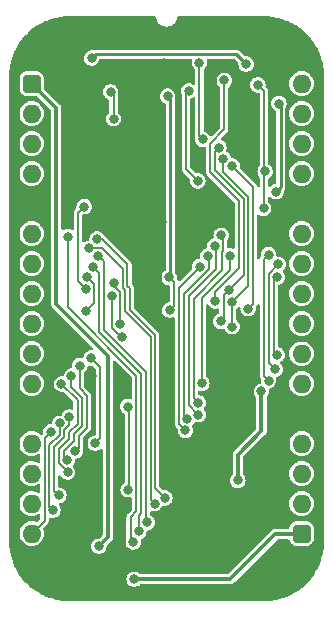
<source format=gbl>
%TF.GenerationSoftware,KiCad,Pcbnew,7.0.5*%
%TF.CreationDate,2024-03-06T17:16:23+02:00*%
%TF.ProjectId,Pixel Doubler,50697865-6c20-4446-9f75-626c65722e6b,V0*%
%TF.SameCoordinates,PX54c81a0PY37b6b20*%
%TF.FileFunction,Copper,L2,Bot*%
%TF.FilePolarity,Positive*%
%FSLAX46Y46*%
G04 Gerber Fmt 4.6, Leading zero omitted, Abs format (unit mm)*
G04 Created by KiCad (PCBNEW 7.0.5) date 2024-03-06 17:16:23*
%MOMM*%
%LPD*%
G01*
G04 APERTURE LIST*
G04 Aperture macros list*
%AMRoundRect*
0 Rectangle with rounded corners*
0 $1 Rounding radius*
0 $2 $3 $4 $5 $6 $7 $8 $9 X,Y pos of 4 corners*
0 Add a 4 corners polygon primitive as box body*
4,1,4,$2,$3,$4,$5,$6,$7,$8,$9,$2,$3,0*
0 Add four circle primitives for the rounded corners*
1,1,$1+$1,$2,$3*
1,1,$1+$1,$4,$5*
1,1,$1+$1,$6,$7*
1,1,$1+$1,$8,$9*
0 Add four rect primitives between the rounded corners*
20,1,$1+$1,$2,$3,$4,$5,0*
20,1,$1+$1,$4,$5,$6,$7,0*
20,1,$1+$1,$6,$7,$8,$9,0*
20,1,$1+$1,$8,$9,$2,$3,0*%
G04 Aperture macros list end*
%TA.AperFunction,ComponentPad*%
%ADD10RoundRect,0.400000X-0.400000X-0.400000X0.400000X-0.400000X0.400000X0.400000X-0.400000X0.400000X0*%
%TD*%
%TA.AperFunction,ComponentPad*%
%ADD11O,1.600000X1.600000*%
%TD*%
%TA.AperFunction,ComponentPad*%
%ADD12R,1.600000X1.600000*%
%TD*%
%TA.AperFunction,ViaPad*%
%ADD13C,0.800000*%
%TD*%
%TA.AperFunction,Conductor*%
%ADD14C,0.200000*%
%TD*%
%TA.AperFunction,Conductor*%
%ADD15C,0.380000*%
%TD*%
%TA.AperFunction,Conductor*%
%ADD16C,0.250000*%
%TD*%
G04 APERTURE END LIST*
D10*
%TO.P,J1,1,Pin_1*%
%TO.N,/5V*%
X0Y0D03*
D11*
%TO.P,J1,2,Pin_2*%
%TO.N,/~{Reset}*%
X0Y-2540000D03*
%TO.P,J1,3,Pin_3*%
%TO.N,/Enable Pattern*%
X0Y-5080000D03*
%TO.P,J1,4,Pin_4*%
%TO.N,/CLK*%
X0Y-7620000D03*
D12*
%TO.P,J1,5,Pin_5*%
%TO.N,/GND*%
X0Y-10160000D03*
D11*
%TO.P,J1,6,Pin_6*%
%TO.N,/Write Pattern Low*%
X0Y-12700000D03*
%TO.P,J1,7,Pin_7*%
%TO.N,/Write Pattern High*%
X0Y-15240000D03*
%TO.P,J1,8,Pin_8*%
%TO.N,/D7*%
X0Y-17780000D03*
%TO.P,J1,9,Pin_9*%
%TO.N,/D6*%
X0Y-20320000D03*
%TO.P,J1,10,Pin_10*%
%TO.N,/D5*%
X0Y-22860000D03*
%TO.P,J1,11,Pin_11*%
%TO.N,/D4*%
X0Y-25400000D03*
D12*
%TO.P,J1,12,Pin_12*%
%TO.N,/GND*%
X0Y-27940000D03*
D11*
%TO.P,J1,13,Pin_13*%
%TO.N,/D3*%
X0Y-30480000D03*
%TO.P,J1,14,Pin_14*%
%TO.N,/D2*%
X0Y-33020000D03*
%TO.P,J1,15,Pin_15*%
%TO.N,/D1*%
X0Y-35560000D03*
%TO.P,J1,16,Pin_16*%
%TO.N,/D0*%
X0Y-38100000D03*
D10*
%TO.P,J1,17,Pin_17*%
%TO.N,/5V*%
X22860000Y-38100000D03*
D11*
%TO.P,J1,18,Pin_18*%
%TO.N,unconnected-(J1-Pin_18-Pad18)*%
X22860000Y-35560000D03*
%TO.P,J1,19,Pin_19*%
%TO.N,unconnected-(J1-Pin_19-Pad19)*%
X22860000Y-33020000D03*
%TO.P,J1,20,Pin_20*%
%TO.N,unconnected-(J1-Pin_20-Pad20)*%
X22860000Y-30480000D03*
D12*
%TO.P,J1,21,Pin_21*%
%TO.N,/GND*%
X22860000Y-27940000D03*
D11*
%TO.P,J1,22,Pin_22*%
%TO.N,unconnected-(J1-Pin_22-Pad22)*%
X22860000Y-25400000D03*
%TO.P,J1,23,Pin_23*%
%TO.N,unconnected-(J1-Pin_23-Pad23)*%
X22860000Y-22860000D03*
%TO.P,J1,24,Pin_24*%
%TO.N,unconnected-(J1-Pin_24-Pad24)*%
X22860000Y-20320000D03*
%TO.P,J1,25,Pin_25*%
%TO.N,unconnected-(J1-Pin_25-Pad25)*%
X22860000Y-17780000D03*
%TO.P,J1,26,Pin_26*%
%TO.N,unconnected-(J1-Pin_26-Pad26)*%
X22860000Y-15240000D03*
%TO.P,J1,27,Pin_27*%
%TO.N,unconnected-(J1-Pin_27-Pad27)*%
X22860000Y-12700000D03*
D12*
%TO.P,J1,28,Pin_28*%
%TO.N,/GND*%
X22860000Y-10160000D03*
D11*
%TO.P,J1,29,Pin_29*%
%TO.N,unconnected-(J1-Pin_29-Pad29)*%
X22860000Y-7620000D03*
%TO.P,J1,30,Pin_30*%
%TO.N,/TC*%
X22860000Y-5080000D03*
%TO.P,J1,31,Pin_31*%
%TO.N,/Selected Pattern*%
X22860000Y-2540000D03*
%TO.P,J1,32,Pin_32*%
%TO.N,/CEP*%
X22860000Y0D03*
%TD*%
D13*
%TO.N,/5V*%
X5689600Y-39166800D03*
X8686800Y-41960800D03*
%TO.N,/GND*%
X4566516Y-31627978D03*
X14020800Y-9448800D03*
X10843191Y-17650391D03*
X11022331Y-11734800D03*
X17729200Y-29514800D03*
X11176000Y1770992D03*
X21767615Y-42341615D03*
X18491200Y-21996400D03*
X10617200Y-7518400D03*
X7239000Y-40005000D03*
X8104466Y-35465997D03*
X508000Y-41859200D03*
X21640800Y-22098000D03*
X14020800Y-11734800D03*
X20183390Y1851449D03*
X5080000Y-24720402D03*
X12471215Y3479985D03*
X3175000Y-35483800D03*
X10413998Y-4165600D03*
%TO.N,/3.3V*%
X19456400Y-26060400D03*
X17457859Y-33592074D03*
%TO.N,/Selected Pattern*%
X6943360Y-2968000D03*
X6690189Y-693000D03*
%TO.N,/Y*%
X11514247Y-1058753D03*
X11684000Y-19177000D03*
X11633200Y-16408400D03*
X4635502Y-19240502D03*
X4695051Y-16367943D03*
%TO.N,/CEP*%
X14071600Y-8229600D03*
X13309602Y-619000D03*
%TO.N,/TC*%
X14474000Y-4715036D03*
X14208483Y1771000D03*
%TO.N,/RPS8*%
X11284401Y-35087934D03*
X5553835Y-13148065D03*
%TO.N,/RPS9*%
X10409131Y-35571573D03*
X4859099Y-13939638D03*
%TO.N,/RPS10*%
X9772464Y-37151573D03*
X5658606Y-14615570D03*
%TO.N,/RPS11*%
X5188968Y-15498432D03*
X9072464Y-37917448D03*
%TO.N,/Q0*%
X15845869Y-5415036D03*
X16720088Y-17439486D03*
X7518400Y-20370800D03*
X7007600Y-16845976D03*
X16002000Y-20127994D03*
%TO.N,/Q1*%
X16215863Y-6344073D03*
X7673810Y-21440610D03*
X16967200Y-18513990D03*
X16967200Y-20574000D03*
X6790718Y-17948535D03*
%TO.N,/Q2*%
X18338800Y-19050000D03*
X16989357Y-6977881D03*
%TO.N,/Q3*%
X4590718Y-17365885D03*
X4445000Y-10414000D03*
X19647084Y-10553516D03*
X19765330Y-7439000D03*
X19151600Y-101600D03*
%TO.N,/RPS0*%
X20816800Y-16392606D03*
X20785000Y-22961264D03*
%TO.N,/RPS1*%
X20624800Y-24180800D03*
X20878800Y-15290800D03*
%TO.N,/RPS2*%
X20065141Y-14470653D03*
X20066000Y-25146000D03*
%TO.N,/RPS3*%
X16826000Y-14577483D03*
X14413620Y-25368994D03*
%TO.N,/RPS4*%
X14123813Y-27019348D03*
X16052800Y-12852400D03*
%TO.N,/RPS5*%
X15504304Y-13751054D03*
X14112707Y-28029757D03*
%TO.N,/RPS6*%
X14921000Y-14598297D03*
X13173746Y-28373788D03*
%TO.N,/RPS7*%
X14245520Y-15491643D03*
X13024492Y-29365026D03*
%TO.N,/Write Pattern Low*%
X3047994Y-12954000D03*
X8605088Y-38801509D03*
%TO.N,/D0*%
X1635413Y-29467011D03*
%TO.N,/D1*%
X2366062Y-28774863D03*
X1800000Y-36118800D03*
%TO.N,/D2*%
X2304688Y-34853393D03*
X3193224Y-28212225D03*
%TO.N,/D3*%
X8173750Y-34381000D03*
X8143968Y-27342623D03*
%TO.N,/D4*%
X2527080Y-25430147D03*
X3048000Y-32893000D03*
%TO.N,/D5*%
X3370207Y-24765000D03*
X3020752Y-31875802D03*
%TO.N,/D6*%
X4070223Y-23870814D03*
X3672608Y-31117456D03*
%TO.N,/D7*%
X5031164Y-23238000D03*
X5367213Y-30443848D03*
%TO.N,/~{TC}*%
X18161000Y1651000D03*
X5080000Y2159000D03*
%TO.N,/~{PE}*%
X20700998Y-9144000D03*
X20936537Y-1683715D03*
%TO.N,/~{Q3}*%
X15544800Y-18389600D03*
X16315712Y269839D03*
%TD*%
D14*
%TO.N,/RPS8*%
X10473749Y-21299187D02*
X10473749Y-34277282D01*
X8299600Y-19125033D02*
X10473749Y-21299187D01*
X8299600Y-17336606D02*
X8299600Y-19125033D01*
X8107600Y-17144605D02*
X8299600Y-17336606D01*
X5966751Y-13148065D02*
X8107600Y-15288914D01*
X5553835Y-13148065D02*
X5966751Y-13148065D01*
%TO.N,/RPS9*%
X10073749Y-35236191D02*
X10409131Y-35571573D01*
X10073749Y-21464872D02*
X10073749Y-35236191D01*
X7899600Y-19290718D02*
X10073749Y-21464872D01*
X7707600Y-17310290D02*
X7899600Y-17502290D01*
X5948556Y-13915570D02*
X7707600Y-15674614D01*
X4883167Y-13915570D02*
X5948556Y-13915570D01*
X7707600Y-15674614D02*
X7707600Y-17310290D01*
X4859099Y-13939638D02*
X4883167Y-13915570D01*
X7899600Y-17502290D02*
X7899600Y-19290718D01*
%TO.N,/RPS8*%
X8107600Y-15288914D02*
X8107600Y-17144605D01*
X10473749Y-34277282D02*
X11284401Y-35087934D01*
D15*
%TO.N,/GND*%
X10363200Y958192D02*
X11176000Y1770992D01*
X10363200Y-4114802D02*
X10363200Y958192D01*
D16*
%TO.N,/~{TC}*%
X5417000Y2496000D02*
X17316000Y2496000D01*
X5080000Y2159000D02*
X5417000Y2496000D01*
X17316000Y2496000D02*
X18161000Y1651000D01*
D15*
%TO.N,/GND*%
X10413998Y-4165600D02*
X10363200Y-4114802D01*
X1099985Y3479985D02*
X12471215Y3479985D01*
X-1190000Y1190000D02*
X1099985Y3479985D01*
X-1190000Y-8970000D02*
X-1190000Y1190000D01*
X24050000Y-8970000D02*
X24050000Y689600D01*
X22860000Y-10160000D02*
X24050000Y-8970000D01*
X24050000Y689600D02*
X21259615Y3479985D01*
X0Y-10160000D02*
X-1190000Y-8970000D01*
X21259615Y3479985D02*
X12471215Y3479985D01*
%TO.N,/5V*%
X5689600Y-39166800D02*
X6451600Y-38404800D01*
X6451600Y-23032686D02*
X2082800Y-18663886D01*
X8686800Y-41960800D02*
X16814800Y-41960800D01*
X2082800Y-18663886D02*
X2082800Y-2082800D01*
X6451600Y-38404800D02*
X6451600Y-23032686D01*
X2082800Y-2082800D02*
X0Y0D01*
X16814800Y-41960800D02*
X20624800Y-38150800D01*
X20624800Y-38150800D02*
X22860000Y-38150800D01*
%TO.N,/GND*%
X8104466Y-35465997D02*
X7239000Y-36331463D01*
X4566516Y-29977484D02*
X4566516Y-31627978D01*
X13335000Y-40005000D02*
X7239000Y-40005000D01*
X-1190000Y-26750000D02*
X0Y-27940000D01*
X5080000Y-24720402D02*
X5183223Y-24823625D01*
X24050000Y-20812915D02*
X24050000Y-20726400D01*
X7239000Y-36331463D02*
X7239000Y-40005000D01*
X21670000Y-31670000D02*
X21670000Y-29130000D01*
X222085Y-40005000D02*
X-1190000Y-38592915D01*
X10617200Y-7518400D02*
X10668000Y-7467600D01*
X17297400Y-36042600D02*
X21670000Y-31670000D01*
X21670000Y-29130000D02*
X22860000Y-27940000D01*
X24050000Y-22367085D02*
X24050000Y-26750000D01*
X-1190000Y-29130000D02*
X0Y-27940000D01*
X10668000Y-7467600D02*
X10668000Y-4419602D01*
X5183223Y-24823625D02*
X5183223Y-29360777D01*
X10843191Y-16030009D02*
X10843191Y-17650391D01*
X5183223Y-29360777D02*
X4566516Y-29977484D01*
X3175000Y-35483800D02*
X4566516Y-34092284D01*
X22860000Y-10160000D02*
X24050000Y-11350000D01*
X24050000Y-26750000D02*
X22860000Y-27940000D01*
X11232331Y-15640869D02*
X10843191Y-16030009D01*
X22068800Y-21670000D02*
X21640800Y-22098000D01*
X23192915Y-21670000D02*
X23352915Y-21670000D01*
X-1190000Y-11350000D02*
X-1190000Y-26750000D01*
X11022331Y-11734800D02*
X11232331Y-11944800D01*
X17297400Y-36042600D02*
X13335000Y-40005000D01*
X10668000Y-4419602D02*
X10413998Y-4165600D01*
X11232331Y-11944800D02*
X11232331Y-15640869D01*
X15798800Y-31445200D02*
X15798800Y-34544000D01*
X15798800Y-34544000D02*
X17297400Y-36042600D01*
X17729200Y-29514800D02*
X17729200Y-22758400D01*
X23352915Y-21670000D02*
X24050000Y-22367085D01*
X17729200Y-29514800D02*
X15798800Y-31445200D01*
X24050000Y-11350000D02*
X24050000Y-20726400D01*
X-1190000Y-38592915D02*
X-1190000Y-29130000D01*
X7239000Y-40005000D02*
X222085Y-40005000D01*
X14020800Y-11734800D02*
X14020800Y-9448800D01*
X0Y-10160000D02*
X-1190000Y-11350000D01*
X17729200Y-22758400D02*
X18491200Y-21996400D01*
X23192915Y-21670000D02*
X22068800Y-21670000D01*
X23192915Y-21670000D02*
X24050000Y-20812915D01*
X4566516Y-34092284D02*
X4566516Y-31627978D01*
%TO.N,/3.3V*%
X19456400Y-29413200D02*
X19456400Y-26060400D01*
X17457859Y-31411741D02*
X19456400Y-29413200D01*
X17457859Y-33592074D02*
X17457859Y-31411741D01*
D14*
%TO.N,/Selected Pattern*%
X6943360Y-2968000D02*
X6943360Y-946171D01*
X6943360Y-946171D02*
X6690189Y-693000D01*
D16*
%TO.N,/Y*%
X11747331Y-1291837D02*
X11514247Y-1058753D01*
D14*
X11684000Y-19177000D02*
X12039600Y-18821400D01*
X5290718Y-16963610D02*
X4695051Y-16367943D01*
X12039600Y-18821400D02*
X12039600Y-16814800D01*
D16*
X11633200Y-16408400D02*
X11747331Y-16294269D01*
X11747331Y-16294269D02*
X11747331Y-1291837D01*
D14*
X4635502Y-19240502D02*
X5290718Y-18585286D01*
X5290718Y-18585286D02*
X5290718Y-16963610D01*
X12039600Y-16814800D02*
X11633200Y-16408400D01*
%TO.N,/CEP*%
X13055600Y-7213600D02*
X13055600Y-873002D01*
X14071600Y-8229600D02*
X13055600Y-7213600D01*
X13055600Y-873002D02*
X13309602Y-619000D01*
%TO.N,/TC*%
X14208483Y1771000D02*
X14208483Y-4449519D01*
X14208483Y-4449519D02*
X14474000Y-4715036D01*
%TO.N,/RPS10*%
X9673746Y-37052855D02*
X9673746Y-24430496D01*
X9673746Y-24430496D02*
X6090718Y-20847468D01*
X6090718Y-15047682D02*
X5658606Y-14615570D01*
X9772464Y-37151573D02*
X9673746Y-37052855D01*
X6090718Y-20847468D02*
X6090718Y-15047682D01*
%TO.N,/RPS11*%
X9072464Y-37917448D02*
X9072464Y-36578221D01*
X9273746Y-24596181D02*
X5690718Y-21013153D01*
X9072464Y-36578221D02*
X9273746Y-36376940D01*
X5690718Y-21013153D02*
X5690718Y-16000182D01*
X5690718Y-16000182D02*
X5188968Y-15498432D01*
X9273746Y-36376940D02*
X9273746Y-24596181D01*
%TO.N,/Q0*%
X15503836Y-5757069D02*
X15845869Y-5415036D01*
X7007600Y-17175975D02*
X7499600Y-17667975D01*
X16256000Y-17903574D02*
X16720088Y-17439486D01*
X7499600Y-20352000D02*
X7518400Y-20370800D01*
X7499600Y-17667975D02*
X7499600Y-20352000D01*
X17945200Y-16214374D02*
X17945200Y-9759514D01*
X7007600Y-16845976D02*
X7007600Y-17175975D01*
X16720088Y-17439486D02*
X17945200Y-16214374D01*
X16256000Y-19873994D02*
X16256000Y-17903574D01*
X17945200Y-9759514D02*
X15503836Y-7318150D01*
X15503836Y-7318150D02*
X15503836Y-5757069D01*
X16002000Y-20127994D02*
X16256000Y-19873994D01*
%TO.N,/Q1*%
X6790718Y-20683870D02*
X7547458Y-21440610D01*
X16215863Y-6344073D02*
X16215863Y-7464491D01*
X7547458Y-21440610D02*
X7673810Y-21440610D01*
X16967200Y-20574000D02*
X16967200Y-18513990D01*
X6790718Y-17948535D02*
X6790718Y-20683870D01*
X16215863Y-7464491D02*
X18345200Y-9593828D01*
X18345200Y-17135990D02*
X16967200Y-18513990D01*
X18345200Y-9593828D02*
X18345200Y-17135990D01*
%TO.N,/Q2*%
X16989357Y-6977881D02*
X18745200Y-8733724D01*
X18745200Y-18643600D02*
X18338800Y-19050000D01*
X18745200Y-8733724D02*
X18745200Y-18643600D01*
%TO.N,/Q3*%
X3919967Y-16695134D02*
X4590718Y-17365885D01*
X19685000Y-635000D02*
X19151600Y-101600D01*
X19711330Y-7493000D02*
X19765330Y-7439000D01*
X4445000Y-10414000D02*
X3919967Y-10939033D01*
X3919967Y-10939033D02*
X3919967Y-16695134D01*
X19685000Y-7493000D02*
X19685000Y-10515600D01*
X19685000Y-10515600D02*
X19647084Y-10553516D01*
X19685000Y-7493000D02*
X19685000Y-635000D01*
X19685000Y-7493000D02*
X19711330Y-7493000D01*
%TO.N,/RPS0*%
X20785000Y-22961264D02*
X20485000Y-22661264D01*
X20485000Y-22661264D02*
X20485000Y-16724406D01*
X20485000Y-16724406D02*
X20816800Y-16392606D01*
%TO.N,/RPS1*%
X20066000Y-23622000D02*
X20624800Y-24180800D01*
X20066000Y-16103600D02*
X20066000Y-23622000D01*
X20878800Y-15290800D02*
X20066000Y-16103600D01*
%TO.N,/RPS2*%
X19666000Y-14869794D02*
X19666000Y-24746000D01*
X20065141Y-14470653D02*
X19666000Y-14869794D01*
X19666000Y-24746000D02*
X20066000Y-25146000D01*
%TO.N,/RPS3*%
X16826000Y-15777938D02*
X16826000Y-14577483D01*
X14413620Y-25368994D02*
X14413620Y-18190318D01*
X14413620Y-18190318D02*
X16826000Y-15777938D01*
%TO.N,/RPS4*%
X16126000Y-14287533D02*
X16126000Y-15813430D01*
X16052800Y-12852400D02*
X16209829Y-13009429D01*
X13713620Y-26609155D02*
X14123813Y-27019348D01*
X16209829Y-13009429D02*
X16209829Y-14203704D01*
X16209829Y-14203704D02*
X16126000Y-14287533D01*
X16126000Y-15813430D02*
X13713620Y-18225810D01*
X13713620Y-18225810D02*
X13713620Y-26609155D01*
%TO.N,/RPS5*%
X15621000Y-13867750D02*
X15621000Y-15671800D01*
X13296342Y-27213392D02*
X14112707Y-28029757D01*
X15621000Y-15671800D02*
X13296342Y-17996458D01*
X15504304Y-13751054D02*
X15621000Y-13867750D01*
X13296342Y-17996458D02*
X13296342Y-27213392D01*
%TO.N,/RPS6*%
X12896342Y-17830772D02*
X12896342Y-28096384D01*
X14921000Y-14598297D02*
X15000659Y-14677956D01*
X15000659Y-14677956D02*
X15000659Y-15726455D01*
X12896342Y-28096384D02*
X13173746Y-28373788D01*
X15000659Y-15726455D02*
X12896342Y-17830772D01*
%TO.N,/RPS7*%
X12473746Y-28814280D02*
X13024492Y-29365026D01*
X14245520Y-15491643D02*
X12473746Y-17263417D01*
X12473746Y-17263417D02*
X12473746Y-28814280D01*
%TO.N,/Write Pattern Low*%
X8372464Y-36712536D02*
X8372464Y-38568885D01*
X8873746Y-24761867D02*
X8873746Y-36211254D01*
X3047994Y-18936115D02*
X8873746Y-24761867D01*
X3047994Y-12954000D02*
X3047994Y-18936115D01*
X8873746Y-36211254D02*
X8372464Y-36712536D01*
X8372464Y-38568885D02*
X8605088Y-38801509D01*
%TO.N,/D0*%
X0Y-38100000D02*
X1100000Y-37000000D01*
X1100000Y-37000000D02*
X1100000Y-30002424D01*
X1100000Y-30002424D02*
X1635413Y-29467011D01*
%TO.N,/D1*%
X1500000Y-30603193D02*
X2377175Y-29726018D01*
X1800000Y-36118800D02*
X1500000Y-35818800D01*
X2377175Y-28785976D02*
X2366062Y-28774863D01*
X2377175Y-29726018D02*
X2377175Y-28785976D01*
X1500000Y-35818800D02*
X1500000Y-30603193D01*
%TO.N,/D2*%
X1900000Y-30768878D02*
X2777175Y-29891703D01*
X2777175Y-29353700D02*
X3193224Y-28937651D01*
X2777175Y-29891703D02*
X2777175Y-29353700D01*
X3193224Y-28937651D02*
X3193224Y-28212225D01*
X2304688Y-34853393D02*
X1900000Y-34448705D01*
X1900000Y-34448705D02*
X1900000Y-30768878D01*
%TO.N,/D3*%
X8173750Y-34381000D02*
X8255000Y-34299750D01*
X8255000Y-34299750D02*
X8255000Y-27453655D01*
X8255000Y-27453655D02*
X8143968Y-27342623D01*
%TO.N,/D4*%
X3893223Y-28803338D02*
X3177175Y-29519386D01*
X3177175Y-29519386D02*
X3177175Y-30057389D01*
X3177175Y-30057389D02*
X2300003Y-30934561D01*
X2527080Y-25430147D02*
X3893223Y-26796290D01*
X2300003Y-30934561D02*
X2300003Y-32145003D01*
X2300003Y-32145003D02*
X3048000Y-32893000D01*
X3893223Y-26796290D02*
X3893223Y-28803338D01*
%TO.N,/D5*%
X4293223Y-26587539D02*
X4293223Y-28969024D01*
X2729000Y-31071250D02*
X2729000Y-31584050D01*
X4293223Y-28969024D02*
X3577175Y-29685072D01*
X3370207Y-24765000D02*
X3370207Y-25664522D01*
X3370207Y-25664522D02*
X4293223Y-26587539D01*
X3577175Y-29685072D02*
X3577175Y-30223075D01*
X3577175Y-30223075D02*
X2729000Y-31071250D01*
X2729000Y-31584050D02*
X3020752Y-31875802D01*
%TO.N,/D6*%
X4693223Y-29134710D02*
X3977175Y-29850758D01*
X3977175Y-29850758D02*
X3977175Y-30812889D01*
X4693223Y-26421853D02*
X4693223Y-29134710D01*
X3977175Y-30812889D02*
X3672608Y-31117456D01*
X4070223Y-23870814D02*
X4070223Y-25798853D01*
X4070223Y-25798853D02*
X4693223Y-26421853D01*
%TO.N,/D7*%
X5780000Y-23986836D02*
X5780000Y-30031061D01*
X5780000Y-30031061D02*
X5367213Y-30443848D01*
X5031164Y-23238000D02*
X5780000Y-23986836D01*
D16*
%TO.N,/~{PE}*%
X21082000Y-1829178D02*
X20936537Y-1683715D01*
X21082000Y-8762998D02*
X21082000Y-1829178D01*
X20700998Y-9144000D02*
X21082000Y-8762998D01*
D14*
%TO.N,/~{Q3}*%
X16315712Y-3863274D02*
X16315712Y269839D01*
X17545200Y-9925200D02*
X15103836Y-7483835D01*
X15544800Y-18389600D02*
X15544800Y-17624824D01*
X15103836Y-5075150D02*
X16315712Y-3863274D01*
X15103836Y-7483835D02*
X15103836Y-5075150D01*
X15544800Y-17624824D02*
X17545200Y-15624424D01*
X17545200Y-15624424D02*
X17545200Y-9925200D01*
%TD*%
%TA.AperFunction,Conductor*%
%TO.N,/GND*%
G36*
X10488448Y5694815D02*
G01*
X10534203Y5642011D01*
X10543026Y5614691D01*
X10553775Y5560652D01*
X10553072Y5552798D01*
X10557781Y5538304D01*
X10559626Y5531236D01*
X10574681Y5455548D01*
X10574683Y5455542D01*
X10603982Y5384808D01*
X10604954Y5375759D01*
X10612743Y5362270D01*
X10616332Y5354991D01*
X10616333Y5354989D01*
X10616334Y5354988D01*
X10641733Y5293667D01*
X10641738Y5293658D01*
X10688404Y5223818D01*
X10691525Y5213848D01*
X10699271Y5205246D01*
X10710223Y5191164D01*
X10739079Y5147978D01*
X10739082Y5147974D01*
X10803485Y5083571D01*
X10809120Y5073251D01*
X10818361Y5066537D01*
X10833157Y5053899D01*
X10862973Y5024083D01*
X10862977Y5024080D01*
X10944465Y4969631D01*
X10952794Y4959665D01*
X10962871Y4955178D01*
X10981328Y4945000D01*
X11008656Y4926740D01*
X11008658Y4926739D01*
X11008664Y4926735D01*
X11008670Y4926733D01*
X11012906Y4924469D01*
X11020137Y4919939D01*
X11024771Y4916573D01*
X11048659Y4910169D01*
X11105525Y4886614D01*
X11116522Y4877752D01*
X11126739Y4875580D01*
X11148408Y4868852D01*
X11170542Y4859683D01*
X11170548Y4859682D01*
X11176374Y4857914D01*
X11176308Y4857700D01*
X11195522Y4851597D01*
X11195974Y4851396D01*
X11219624Y4849920D01*
X11280042Y4837902D01*
X11293485Y4830870D01*
X11303182Y4830870D01*
X11327373Y4828487D01*
X11337365Y4826500D01*
X11342389Y4825501D01*
X11342391Y4825500D01*
X11349309Y4825500D01*
X11375090Y4822790D01*
X11376859Y4822414D01*
X11399193Y4825500D01*
X11460806Y4825500D01*
X11476280Y4820957D01*
X11484909Y4822790D01*
X11510690Y4825500D01*
X11517609Y4825500D01*
X11517609Y4825501D01*
X11524650Y4826901D01*
X11532627Y4828487D01*
X11556818Y4830870D01*
X11559882Y4830870D01*
X11579954Y4837902D01*
X11640375Y4849920D01*
X11657307Y4848405D01*
X11664477Y4851597D01*
X11683690Y4857701D01*
X11683626Y4857914D01*
X11689448Y4859682D01*
X11689458Y4859683D01*
X11711591Y4868852D01*
X11733261Y4875580D01*
X11737402Y4876461D01*
X11754468Y4886612D01*
X11811339Y4910169D01*
X11829031Y4912070D01*
X11839862Y4919939D01*
X11847094Y4924469D01*
X11851326Y4926731D01*
X11851336Y4926735D01*
X11851345Y4926741D01*
X11878672Y4945000D01*
X11897131Y4955180D01*
X11901956Y4957329D01*
X11915533Y4969630D01*
X11932722Y4981116D01*
X11997023Y5024080D01*
X12026848Y5053906D01*
X12041641Y5066539D01*
X12046639Y5070171D01*
X12056510Y5083568D01*
X12120920Y5147977D01*
X12149790Y5191186D01*
X12160735Y5205256D01*
X12165339Y5210370D01*
X12171595Y5223818D01*
X12218265Y5293664D01*
X12243669Y5354997D01*
X12247258Y5362272D01*
X12252985Y5372193D01*
X12256014Y5384801D01*
X12285317Y5455542D01*
X12300378Y5531261D01*
X12302220Y5538316D01*
X12305816Y5549384D01*
X12306223Y5560648D01*
X12316974Y5614694D01*
X12349360Y5676603D01*
X12410076Y5711177D01*
X12438591Y5714500D01*
X19683720Y5714500D01*
X19686279Y5714448D01*
X19902547Y5705503D01*
X20107732Y5696544D01*
X20112654Y5696130D01*
X20330758Y5668943D01*
X20535849Y5641942D01*
X20540420Y5641163D01*
X20755328Y5596102D01*
X20957714Y5551234D01*
X20961969Y5550131D01*
X21172470Y5487462D01*
X21209000Y5475944D01*
X21209000Y-1092064D01*
X21194585Y-1084498D01*
X21168902Y-1071019D01*
X21168899Y-1071018D01*
X21015523Y-1033215D01*
X21015522Y-1033215D01*
X20857552Y-1033215D01*
X20857551Y-1033215D01*
X20704171Y-1071018D01*
X20564299Y-1144430D01*
X20532131Y-1172928D01*
X20465132Y-1232284D01*
X20446053Y-1249186D01*
X20356318Y-1379190D01*
X20356317Y-1379191D01*
X20300299Y-1526896D01*
X20282596Y-1672703D01*
X20279527Y-1679833D01*
X20282595Y-1694725D01*
X20300300Y-1840533D01*
X20356317Y-1988238D01*
X20446054Y-2118245D01*
X20564297Y-2222998D01*
X20564299Y-2222999D01*
X20640126Y-2262797D01*
X20690339Y-2311381D01*
X20706500Y-2372593D01*
X20706500Y-8375527D01*
X20686815Y-8442566D01*
X20634011Y-8488321D01*
X20612175Y-8495924D01*
X20468631Y-8531304D01*
X20328760Y-8604715D01*
X20241726Y-8681820D01*
X20178492Y-8711541D01*
X20109229Y-8702357D01*
X20055926Y-8657185D01*
X20035506Y-8590365D01*
X20035499Y-8589004D01*
X20035499Y-8106814D01*
X20055184Y-8039775D01*
X20101875Y-7997017D01*
X20137570Y-7978283D01*
X20255813Y-7873530D01*
X20345550Y-7743523D01*
X20401567Y-7595818D01*
X20420608Y-7439000D01*
X20418949Y-7425332D01*
X20401567Y-7282181D01*
X20369988Y-7198915D01*
X20345550Y-7134477D01*
X20255813Y-7004470D01*
X20137570Y-6899717D01*
X20137567Y-6899715D01*
X20137566Y-6899714D01*
X20101872Y-6880980D01*
X20051660Y-6832394D01*
X20035500Y-6771185D01*
X20035500Y-1709672D01*
X20041903Y-1687865D01*
X20037179Y-1678096D01*
X20035500Y-1657757D01*
X20035500Y-684212D01*
X20038139Y-658765D01*
X20040043Y-649686D01*
X20036218Y-618999D01*
X20035977Y-617062D01*
X20035500Y-609386D01*
X20035500Y-605962D01*
X20035499Y-605954D01*
X20035494Y-605929D01*
X20032115Y-585680D01*
X20031753Y-583191D01*
X20025573Y-533608D01*
X20025570Y-533603D01*
X20023477Y-526571D01*
X20021092Y-519624D01*
X20021092Y-519619D01*
X19997307Y-475669D01*
X19996139Y-473399D01*
X19990656Y-462182D01*
X19974199Y-428517D01*
X19974193Y-428511D01*
X19969924Y-422531D01*
X19965420Y-416744D01*
X19965418Y-416742D01*
X19928642Y-382887D01*
X19926820Y-381138D01*
X19832289Y-286607D01*
X19798804Y-225284D01*
X19796874Y-183984D01*
X19806878Y-101600D01*
X19787837Y55218D01*
X19731820Y202923D01*
X19642083Y332930D01*
X19523840Y437683D01*
X19523838Y437684D01*
X19523837Y437685D01*
X19383965Y511097D01*
X19230586Y548900D01*
X19230585Y548900D01*
X19072615Y548900D01*
X19072614Y548900D01*
X18919234Y511097D01*
X18779362Y437685D01*
X18661116Y332929D01*
X18571381Y202925D01*
X18571380Y202924D01*
X18515362Y55219D01*
X18496322Y-101599D01*
X18496322Y-101600D01*
X18515362Y-258418D01*
X18564687Y-388475D01*
X18571380Y-406123D01*
X18661117Y-536130D01*
X18779360Y-640883D01*
X18779362Y-640884D01*
X18919234Y-714296D01*
X19072614Y-752100D01*
X19210500Y-752100D01*
X19277539Y-771785D01*
X19323294Y-824589D01*
X19334500Y-876100D01*
X19334499Y-6895814D01*
X19314814Y-6962853D01*
X19292729Y-6988627D01*
X19274849Y-7004467D01*
X19274845Y-7004472D01*
X19185111Y-7134475D01*
X19185110Y-7134476D01*
X19129092Y-7282181D01*
X19110052Y-7438999D01*
X19110052Y-7439000D01*
X19129092Y-7595818D01*
X19185110Y-7743523D01*
X19185111Y-7743524D01*
X19274847Y-7873530D01*
X19292725Y-7889368D01*
X19329853Y-7948557D01*
X19334500Y-7982185D01*
X19334500Y-8630461D01*
X19314815Y-8697500D01*
X19262011Y-8743255D01*
X19192853Y-8753199D01*
X19129297Y-8724174D01*
X19091523Y-8665396D01*
X19087452Y-8645800D01*
X19087432Y-8645645D01*
X19085773Y-8632331D01*
X19085771Y-8632327D01*
X19083677Y-8625292D01*
X19081291Y-8618340D01*
X19057517Y-8574412D01*
X19056357Y-8572161D01*
X19043149Y-8545142D01*
X19034400Y-8527243D01*
X19030119Y-8521248D01*
X19025620Y-8515468D01*
X19025618Y-8515466D01*
X18988842Y-8481611D01*
X18987020Y-8479862D01*
X17670046Y-7162888D01*
X17636561Y-7101565D01*
X17634631Y-7060265D01*
X17644635Y-6977881D01*
X17625594Y-6821063D01*
X17569577Y-6673358D01*
X17479840Y-6543351D01*
X17361597Y-6438598D01*
X17361595Y-6438597D01*
X17361594Y-6438596D01*
X17221722Y-6365184D01*
X17068343Y-6327381D01*
X17068342Y-6327381D01*
X16978969Y-6327381D01*
X16911930Y-6307696D01*
X16866175Y-6254892D01*
X16855873Y-6218328D01*
X16855467Y-6214987D01*
X16852100Y-6187255D01*
X16796083Y-6039550D01*
X16706346Y-5909543D01*
X16588103Y-5804790D01*
X16523296Y-5770776D01*
X16473084Y-5722191D01*
X16457110Y-5654172D01*
X16464981Y-5617008D01*
X16482106Y-5571853D01*
X16501147Y-5415036D01*
X16501147Y-5415035D01*
X16482106Y-5258217D01*
X16460861Y-5202200D01*
X16426089Y-5110513D01*
X16336352Y-4980506D01*
X16218109Y-4875753D01*
X16218107Y-4875752D01*
X16218106Y-4875751D01*
X16092416Y-4809783D01*
X16042203Y-4761198D01*
X16026229Y-4693179D01*
X16049564Y-4627322D01*
X16062356Y-4612311D01*
X16528758Y-4145908D01*
X16548614Y-4129785D01*
X16556381Y-4124711D01*
X16576585Y-4098751D01*
X16581653Y-4093013D01*
X16584087Y-4090581D01*
X16596025Y-4073859D01*
X16597521Y-4071852D01*
X16628229Y-4032400D01*
X16628230Y-4032394D01*
X16631729Y-4025930D01*
X16634947Y-4019345D01*
X16634951Y-4019341D01*
X16649212Y-3971437D01*
X16649982Y-3969037D01*
X16655745Y-3952248D01*
X16666212Y-3921762D01*
X16666212Y-3921757D01*
X16667418Y-3914530D01*
X16668329Y-3907226D01*
X16666265Y-3857325D01*
X16666212Y-3854763D01*
X16666212Y-344511D01*
X16685897Y-277472D01*
X16707983Y-251697D01*
X16806195Y-164691D01*
X16895932Y-34684D01*
X16951949Y113021D01*
X16970990Y269839D01*
X16963330Y332930D01*
X16951949Y426658D01*
X16930704Y482676D01*
X16895932Y574362D01*
X16806195Y704369D01*
X16687952Y809122D01*
X16687950Y809123D01*
X16687949Y809124D01*
X16548077Y882536D01*
X16394698Y920339D01*
X16394697Y920339D01*
X16236727Y920339D01*
X16236726Y920339D01*
X16083346Y882536D01*
X15943474Y809124D01*
X15825228Y704368D01*
X15735493Y574364D01*
X15735492Y574363D01*
X15679474Y426658D01*
X15660434Y269840D01*
X15660434Y269839D01*
X15679474Y113021D01*
X15735492Y-34684D01*
X15735493Y-34685D01*
X15825229Y-164692D01*
X15847556Y-184471D01*
X15923438Y-251696D01*
X15960565Y-310884D01*
X15965212Y-344511D01*
X15965212Y-3666729D01*
X15945527Y-3733768D01*
X15928893Y-3754410D01*
X15248612Y-4434690D01*
X15187289Y-4468175D01*
X15117597Y-4463191D01*
X15061664Y-4421319D01*
X15058662Y-4416560D01*
X15058481Y-4416686D01*
X15046327Y-4399078D01*
X14964483Y-4280506D01*
X14846240Y-4175753D01*
X14846238Y-4175752D01*
X14846237Y-4175751D01*
X14706367Y-4102340D01*
X14653307Y-4089262D01*
X14592927Y-4054105D01*
X14561139Y-3991885D01*
X14558983Y-3968865D01*
X14558983Y1156650D01*
X14578668Y1223689D01*
X14600754Y1249464D01*
X14698966Y1336470D01*
X14788703Y1466477D01*
X14844720Y1614182D01*
X14863761Y1771000D01*
X14844720Y1927818D01*
X14844719Y1927821D01*
X14844719Y1927822D01*
X14835349Y1952530D01*
X14829982Y2022193D01*
X14863130Y2083699D01*
X14924269Y2117520D01*
X14951291Y2120500D01*
X17109101Y2120500D01*
X17176140Y2100815D01*
X17196782Y2084181D01*
X17476481Y1804482D01*
X17509966Y1743159D01*
X17511896Y1701857D01*
X17505722Y1651003D01*
X17505722Y1651000D01*
X17524762Y1494182D01*
X17535270Y1466476D01*
X17580780Y1346477D01*
X17670517Y1216470D01*
X17788760Y1111717D01*
X17788762Y1111716D01*
X17928634Y1038304D01*
X18082014Y1000500D01*
X18082015Y1000500D01*
X18239985Y1000500D01*
X18393365Y1038304D01*
X18424151Y1054462D01*
X18533240Y1111717D01*
X18651483Y1216470D01*
X18741220Y1346477D01*
X18797237Y1494182D01*
X18816278Y1651000D01*
X18812941Y1678488D01*
X18797237Y1807819D01*
X18751726Y1927820D01*
X18741220Y1955523D01*
X18651483Y2085530D01*
X18533240Y2190283D01*
X18533238Y2190284D01*
X18533237Y2190285D01*
X18393365Y2263697D01*
X18239986Y2301500D01*
X18239985Y2301500D01*
X18092900Y2301500D01*
X18025861Y2321185D01*
X18005219Y2337819D01*
X17618149Y2724889D01*
X17602022Y2744748D01*
X17596086Y2753833D01*
X17596083Y2753837D01*
X17581123Y2765481D01*
X17568072Y2775639D01*
X17562310Y2780728D01*
X17559515Y2783523D01*
X17541550Y2796348D01*
X17539512Y2797867D01*
X17507532Y2822759D01*
X17497188Y2830810D01*
X17490274Y2834552D01*
X17483197Y2838012D01*
X17431816Y2853309D01*
X17429377Y2854090D01*
X17378661Y2871500D01*
X17370923Y2872792D01*
X17363085Y2873769D01*
X17313826Y2871731D01*
X17309523Y2871553D01*
X17306966Y2871500D01*
X5468804Y2871500D01*
X5443359Y2874139D01*
X5432733Y2876367D01*
X5432730Y2876367D01*
X5397508Y2871977D01*
X5389832Y2871500D01*
X5385886Y2871500D01*
X5364126Y2867870D01*
X5361603Y2867502D01*
X5308371Y2860866D01*
X5300857Y2858629D01*
X5293388Y2856065D01*
X5246244Y2830553D01*
X5243969Y2829382D01*
X5227460Y2821311D01*
X5166485Y2810899D01*
X5166485Y2809500D01*
X5001014Y2809500D01*
X4847634Y2771697D01*
X4707762Y2698285D01*
X4589516Y2593529D01*
X4499781Y2463525D01*
X4499780Y2463524D01*
X4443762Y2315819D01*
X4424722Y2159001D01*
X4424722Y2159000D01*
X4443762Y2002182D01*
X4471965Y1927818D01*
X4499780Y1854477D01*
X4589517Y1724470D01*
X4707760Y1619717D01*
X4707762Y1619716D01*
X4847634Y1546304D01*
X5001014Y1508500D01*
X5001015Y1508500D01*
X5158985Y1508500D01*
X5312365Y1546304D01*
X5452240Y1619717D01*
X5570483Y1724470D01*
X5660220Y1854477D01*
X5716237Y2002182D01*
X5717361Y2011447D01*
X5744984Y2075625D01*
X5802918Y2114681D01*
X5840458Y2120500D01*
X13465675Y2120500D01*
X13532714Y2100815D01*
X13578469Y2048011D01*
X13588413Y1978853D01*
X13581617Y1952530D01*
X13572246Y1927822D01*
X13572246Y1927820D01*
X13553205Y1771001D01*
X13553205Y1771000D01*
X13572245Y1614182D01*
X13628263Y1466477D01*
X13628264Y1466476D01*
X13718000Y1336469D01*
X13778592Y1282790D01*
X13816209Y1249465D01*
X13853336Y1190277D01*
X13857983Y1156650D01*
X13857983Y32959D01*
X13838298Y-34080D01*
X13785494Y-79835D01*
X13716336Y-89779D01*
X13676357Y-76837D01*
X13541967Y-6303D01*
X13388588Y31500D01*
X13388587Y31500D01*
X13230617Y31500D01*
X13230616Y31500D01*
X13077236Y-6303D01*
X12937364Y-79715D01*
X12819118Y-184471D01*
X12729383Y-314475D01*
X12729382Y-314476D01*
X12673364Y-462181D01*
X12654324Y-618999D01*
X12654324Y-619000D01*
X12673364Y-775814D01*
X12673366Y-775823D01*
X12697015Y-838180D01*
X12704965Y-876980D01*
X12705046Y-878919D01*
X12705100Y-881504D01*
X12705100Y-7164388D01*
X12702461Y-7189832D01*
X12700557Y-7198911D01*
X12700557Y-7198917D01*
X12704623Y-7231537D01*
X12705100Y-7239214D01*
X12705100Y-7242640D01*
X12707832Y-7259020D01*
X12708476Y-7262876D01*
X12708845Y-7265408D01*
X12715027Y-7314993D01*
X12717120Y-7322026D01*
X12719507Y-7328979D01*
X12719508Y-7328981D01*
X12727208Y-7343209D01*
X12743291Y-7372930D01*
X12744464Y-7375208D01*
X12766402Y-7420084D01*
X12766404Y-7420086D01*
X12770671Y-7426064D01*
X12775182Y-7431859D01*
X12811941Y-7465698D01*
X12813790Y-7467472D01*
X13390909Y-8044591D01*
X13424394Y-8105914D01*
X13426324Y-8147217D01*
X13416322Y-8229599D01*
X13416322Y-8229600D01*
X13435362Y-8386418D01*
X13476893Y-8495924D01*
X13491380Y-8534123D01*
X13581117Y-8664130D01*
X13699360Y-8768883D01*
X13699362Y-8768884D01*
X13839234Y-8842296D01*
X13992614Y-8880100D01*
X13992615Y-8880100D01*
X14150585Y-8880100D01*
X14303965Y-8842296D01*
X14309336Y-8839477D01*
X14443840Y-8768883D01*
X14562083Y-8664130D01*
X14651820Y-8534123D01*
X14707837Y-8386418D01*
X14726878Y-8229600D01*
X14707837Y-8072782D01*
X14651820Y-7925077D01*
X14562083Y-7795070D01*
X14443840Y-7690317D01*
X14443838Y-7690316D01*
X14443837Y-7690315D01*
X14303965Y-7616903D01*
X14150586Y-7579100D01*
X14150585Y-7579100D01*
X13992615Y-7579100D01*
X13992613Y-7579100D01*
X13985172Y-7580004D01*
X13984781Y-7576788D01*
X13929384Y-7574119D01*
X13882325Y-7544642D01*
X13442419Y-7104736D01*
X13408934Y-7043413D01*
X13406100Y-7017055D01*
X13406100Y-1362331D01*
X13425785Y-1295292D01*
X13478589Y-1249537D01*
X13500423Y-1241935D01*
X13541967Y-1231696D01*
X13676356Y-1161162D01*
X13744865Y-1147436D01*
X13809919Y-1172928D01*
X13850863Y-1229544D01*
X13857983Y-1270958D01*
X13857983Y-4400307D01*
X13855344Y-4425751D01*
X13853440Y-4434830D01*
X13853440Y-4434836D01*
X13857506Y-4467456D01*
X13857983Y-4475133D01*
X13857983Y-4482176D01*
X13849926Y-4526143D01*
X13837763Y-4558217D01*
X13818722Y-4715035D01*
X13818722Y-4715036D01*
X13837762Y-4871854D01*
X13893780Y-5019558D01*
X13893780Y-5019559D01*
X13983517Y-5149566D01*
X14101760Y-5254319D01*
X14101762Y-5254320D01*
X14241634Y-5327732D01*
X14395014Y-5365536D01*
X14395015Y-5365536D01*
X14552983Y-5365536D01*
X14552985Y-5365536D01*
X14599663Y-5354031D01*
X14669462Y-5357100D01*
X14726525Y-5397419D01*
X14752730Y-5462189D01*
X14753336Y-5474428D01*
X14753336Y-7434623D01*
X14750697Y-7460067D01*
X14748793Y-7469146D01*
X14748793Y-7469152D01*
X14752859Y-7501772D01*
X14753336Y-7509449D01*
X14753336Y-7512875D01*
X14756068Y-7529255D01*
X14756712Y-7533111D01*
X14757081Y-7535643D01*
X14763263Y-7585228D01*
X14765356Y-7592261D01*
X14767743Y-7599214D01*
X14767744Y-7599216D01*
X14775412Y-7613386D01*
X14791527Y-7643165D01*
X14792700Y-7645443D01*
X14814638Y-7690319D01*
X14814640Y-7690321D01*
X14818907Y-7696299D01*
X14823418Y-7702094D01*
X14860177Y-7735933D01*
X14862026Y-7737707D01*
X17158381Y-10034062D01*
X17191866Y-10095385D01*
X17194700Y-10121743D01*
X17194700Y-13840116D01*
X17175015Y-13907155D01*
X17122211Y-13952910D01*
X17053053Y-13962854D01*
X17041026Y-13960513D01*
X16904986Y-13926983D01*
X16904985Y-13926983D01*
X16747015Y-13926983D01*
X16747011Y-13926983D01*
X16714001Y-13935119D01*
X16644199Y-13932049D01*
X16587137Y-13891728D01*
X16560933Y-13826958D01*
X16560329Y-13814742D01*
X16560329Y-13300873D01*
X16580014Y-13233833D01*
X16582241Y-13230487D01*
X16633020Y-13156923D01*
X16689037Y-13009218D01*
X16708078Y-12852400D01*
X16707003Y-12843542D01*
X16689037Y-12695581D01*
X16639273Y-12564366D01*
X16633020Y-12547877D01*
X16543283Y-12417870D01*
X16425040Y-12313117D01*
X16425038Y-12313116D01*
X16425037Y-12313115D01*
X16285165Y-12239703D01*
X16131786Y-12201900D01*
X16131785Y-12201900D01*
X15973815Y-12201900D01*
X15973814Y-12201900D01*
X15820434Y-12239703D01*
X15680562Y-12313115D01*
X15680559Y-12313117D01*
X15680560Y-12313117D01*
X15581684Y-12400713D01*
X15562316Y-12417871D01*
X15472581Y-12547875D01*
X15472580Y-12547876D01*
X15416562Y-12695581D01*
X15397522Y-12852399D01*
X15397522Y-12852400D01*
X15414343Y-12990941D01*
X15402882Y-13059865D01*
X15355978Y-13111650D01*
X15320924Y-13126283D01*
X15271940Y-13138356D01*
X15271938Y-13138357D01*
X15132066Y-13211769D01*
X15013820Y-13316525D01*
X14924085Y-13446529D01*
X14924084Y-13446530D01*
X14868066Y-13594235D01*
X14849026Y-13751053D01*
X14849026Y-13751054D01*
X14858775Y-13831348D01*
X14847314Y-13900271D01*
X14800410Y-13952057D01*
X14765355Y-13966691D01*
X14688632Y-13985601D01*
X14548762Y-14059012D01*
X14430516Y-14163768D01*
X14340781Y-14293772D01*
X14340780Y-14293773D01*
X14284762Y-14441478D01*
X14265722Y-14598296D01*
X14265722Y-14598297D01*
X14278392Y-14702650D01*
X14266931Y-14771574D01*
X14220027Y-14823359D01*
X14170251Y-14840691D01*
X14166537Y-14841142D01*
X14013154Y-14878946D01*
X13873282Y-14952358D01*
X13755036Y-15057114D01*
X13665301Y-15187118D01*
X13665300Y-15187119D01*
X13609283Y-15334824D01*
X13590242Y-15491643D01*
X13600244Y-15574024D01*
X13588783Y-15642947D01*
X13564829Y-15676650D01*
X12551699Y-16689780D01*
X12490376Y-16723265D01*
X12420684Y-16718281D01*
X12364751Y-16676409D01*
X12354970Y-16661128D01*
X12351921Y-16655496D01*
X12350744Y-16653209D01*
X12328800Y-16608320D01*
X12328799Y-16608319D01*
X12328798Y-16608316D01*
X12328795Y-16608313D01*
X12324519Y-16602324D01*
X12320018Y-16596542D01*
X12317874Y-16594568D01*
X12315814Y-16591140D01*
X12313707Y-16588433D01*
X12314034Y-16588178D01*
X12281885Y-16534680D01*
X12278764Y-16488396D01*
X12288478Y-16408400D01*
X12269437Y-16251582D01*
X12213420Y-16103877D01*
X12144780Y-16004434D01*
X12122897Y-15938079D01*
X12122830Y-15933994D01*
X12122830Y-8657185D01*
X12122830Y-1343631D01*
X12125470Y-1318193D01*
X12127698Y-1307569D01*
X12127698Y-1307566D01*
X12128123Y-1297302D01*
X12130514Y-1297400D01*
X12135615Y-1254775D01*
X12150484Y-1215571D01*
X12169525Y-1058753D01*
X12162091Y-997523D01*
X12150484Y-901934D01*
X12126305Y-838180D01*
X12094467Y-754230D01*
X12004730Y-624223D01*
X11886487Y-519470D01*
X11886485Y-519469D01*
X11886484Y-519468D01*
X11746612Y-446056D01*
X11593233Y-408253D01*
X11593232Y-408253D01*
X11435262Y-408253D01*
X11435261Y-408253D01*
X11281881Y-446056D01*
X11142009Y-519468D01*
X11023763Y-624224D01*
X10934028Y-754228D01*
X10934027Y-754229D01*
X10878009Y-901934D01*
X10858969Y-1058752D01*
X10858969Y-1058753D01*
X10878009Y-1215571D01*
X10912190Y-1305697D01*
X10934027Y-1363276D01*
X11023764Y-1493283D01*
X11142007Y-1598036D01*
X11142009Y-1598037D01*
X11281882Y-1671449D01*
X11288898Y-1674110D01*
X11287998Y-1676481D01*
X11337879Y-1705519D01*
X11369673Y-1767735D01*
X11371831Y-1790767D01*
X11371830Y-15735966D01*
X11352145Y-15803005D01*
X11305459Y-15845761D01*
X11260960Y-15869117D01*
X11142716Y-15973871D01*
X11052981Y-16103875D01*
X11052980Y-16103876D01*
X10996962Y-16251581D01*
X10977922Y-16408399D01*
X10977922Y-16408400D01*
X10996962Y-16565218D01*
X11039132Y-16676409D01*
X11052980Y-16712923D01*
X11142717Y-16842930D01*
X11260960Y-16947683D01*
X11260962Y-16947684D01*
X11400834Y-17021096D01*
X11554214Y-17058900D01*
X11554215Y-17058900D01*
X11565100Y-17058900D01*
X11632139Y-17078585D01*
X11677894Y-17131389D01*
X11689100Y-17182900D01*
X11689100Y-18408626D01*
X11669415Y-18475665D01*
X11616611Y-18521420D01*
X11594775Y-18529023D01*
X11451633Y-18564304D01*
X11311762Y-18637715D01*
X11193516Y-18742471D01*
X11103781Y-18872475D01*
X11103780Y-18872476D01*
X11047762Y-19020181D01*
X11028722Y-19176999D01*
X11028722Y-19177000D01*
X11047762Y-19333818D01*
X11071846Y-19397320D01*
X11103780Y-19481523D01*
X11193517Y-19611530D01*
X11311760Y-19716283D01*
X11311762Y-19716284D01*
X11451634Y-19789696D01*
X11605014Y-19827500D01*
X11605015Y-19827500D01*
X11762985Y-19827500D01*
X11916361Y-19789697D01*
X11916361Y-19789696D01*
X11916365Y-19789696D01*
X11941621Y-19776440D01*
X12010127Y-19762715D01*
X12075180Y-19788206D01*
X12116125Y-19844822D01*
X12123246Y-19886237D01*
X12123246Y-28765068D01*
X12120607Y-28790512D01*
X12118703Y-28799591D01*
X12118703Y-28799597D01*
X12122769Y-28832217D01*
X12123246Y-28839894D01*
X12123246Y-28843320D01*
X12125978Y-28859700D01*
X12126622Y-28863556D01*
X12126991Y-28866088D01*
X12133173Y-28915673D01*
X12135266Y-28922706D01*
X12137653Y-28929659D01*
X12137654Y-28929661D01*
X12138106Y-28930496D01*
X12161437Y-28973610D01*
X12162610Y-28975888D01*
X12184548Y-29020764D01*
X12184550Y-29020766D01*
X12188817Y-29026744D01*
X12193328Y-29032539D01*
X12230087Y-29066378D01*
X12231936Y-29068152D01*
X12343801Y-29180017D01*
X12377286Y-29241340D01*
X12379216Y-29282643D01*
X12369214Y-29365025D01*
X12369214Y-29365026D01*
X12388254Y-29521844D01*
X12425994Y-29621355D01*
X12444272Y-29669549D01*
X12534009Y-29799556D01*
X12652252Y-29904309D01*
X12652254Y-29904310D01*
X12792126Y-29977722D01*
X12945506Y-30015526D01*
X12945507Y-30015526D01*
X13103477Y-30015526D01*
X13256857Y-29977722D01*
X13293538Y-29958470D01*
X13396732Y-29904309D01*
X13514975Y-29799556D01*
X13604712Y-29669549D01*
X13660729Y-29521844D01*
X13679770Y-29365026D01*
X13676596Y-29338881D01*
X13660729Y-29208207D01*
X13629623Y-29126188D01*
X13604712Y-29060503D01*
X13581682Y-29027139D01*
X13559800Y-28960786D01*
X13577265Y-28893134D01*
X13601507Y-28863884D01*
X13601877Y-28863556D01*
X13664229Y-28808318D01*
X13744871Y-28691486D01*
X13799153Y-28647496D01*
X13868602Y-28639836D01*
X13876596Y-28641529D01*
X13880339Y-28642451D01*
X13880342Y-28642453D01*
X14033722Y-28680257D01*
X14191692Y-28680257D01*
X14345072Y-28642453D01*
X14345071Y-28642452D01*
X14484947Y-28569040D01*
X14603190Y-28464287D01*
X14692927Y-28334280D01*
X14748944Y-28186575D01*
X14767985Y-28029757D01*
X14760164Y-27965340D01*
X14748944Y-27872938D01*
X14699362Y-27742202D01*
X14692927Y-27725234D01*
X14608400Y-27602775D01*
X14586517Y-27536420D01*
X14603982Y-27468769D01*
X14610252Y-27460201D01*
X14610035Y-27460051D01*
X14614296Y-27453878D01*
X14704033Y-27323871D01*
X14760050Y-27176166D01*
X14779091Y-27019348D01*
X14765583Y-26908094D01*
X14760050Y-26862529D01*
X14709128Y-26728260D01*
X14704033Y-26714825D01*
X14614296Y-26584818D01*
X14496053Y-26480065D01*
X14496051Y-26480064D01*
X14496050Y-26480063D01*
X14356178Y-26406651D01*
X14202799Y-26368848D01*
X14202798Y-26368848D01*
X14188120Y-26368848D01*
X14121081Y-26349163D01*
X14075326Y-26296359D01*
X14064120Y-26244848D01*
X14064120Y-26111093D01*
X14083805Y-26044054D01*
X14136609Y-25998299D01*
X14205767Y-25988355D01*
X14217792Y-25990695D01*
X14334635Y-26019494D01*
X14492605Y-26019494D01*
X14645985Y-25981690D01*
X14669344Y-25969430D01*
X14785860Y-25908277D01*
X14904103Y-25803524D01*
X14993840Y-25673517D01*
X15049857Y-25525812D01*
X15068898Y-25368994D01*
X15058725Y-25285207D01*
X15049857Y-25212175D01*
X14994594Y-25066460D01*
X14993840Y-25064471D01*
X14904103Y-24934464D01*
X14805892Y-24847457D01*
X14768767Y-24788270D01*
X14764120Y-24754643D01*
X14764120Y-18801636D01*
X14783805Y-18734597D01*
X14836609Y-18688842D01*
X14905767Y-18678898D01*
X14969323Y-18707923D01*
X14990168Y-18731193D01*
X14997952Y-18742471D01*
X15041979Y-18806256D01*
X15054317Y-18824130D01*
X15172560Y-18928883D01*
X15172562Y-18928884D01*
X15312434Y-19002296D01*
X15465814Y-19040100D01*
X15465815Y-19040100D01*
X15623785Y-19040100D01*
X15751827Y-19008541D01*
X15821627Y-19011610D01*
X15878689Y-19051930D01*
X15904895Y-19116699D01*
X15905500Y-19128938D01*
X15905500Y-19384662D01*
X15885815Y-19451701D01*
X15833011Y-19497456D01*
X15811176Y-19505059D01*
X15769632Y-19515298D01*
X15629762Y-19588709D01*
X15511516Y-19693465D01*
X15421781Y-19823469D01*
X15421780Y-19823470D01*
X15365762Y-19971175D01*
X15346722Y-20127993D01*
X15346722Y-20127994D01*
X15365762Y-20284812D01*
X15415964Y-20417181D01*
X15421780Y-20432517D01*
X15511517Y-20562524D01*
X15629760Y-20667277D01*
X15629762Y-20667278D01*
X15769634Y-20740690D01*
X15923014Y-20778494D01*
X15923015Y-20778494D01*
X16080985Y-20778494D01*
X16219470Y-20744361D01*
X16289269Y-20747430D01*
X16346331Y-20787750D01*
X16365083Y-20820785D01*
X16386980Y-20878523D01*
X16476717Y-21008530D01*
X16594960Y-21113283D01*
X16594962Y-21113284D01*
X16734834Y-21186696D01*
X16888214Y-21224500D01*
X16888215Y-21224500D01*
X17046185Y-21224500D01*
X17199565Y-21186696D01*
X17205077Y-21183803D01*
X17339440Y-21113283D01*
X17457683Y-21008530D01*
X17547420Y-20878523D01*
X17603437Y-20730818D01*
X17622478Y-20574000D01*
X17620297Y-20556033D01*
X17603437Y-20417181D01*
X17561039Y-20305388D01*
X17547420Y-20269477D01*
X17457683Y-20139470D01*
X17457682Y-20139468D01*
X17375064Y-20066277D01*
X17359472Y-20052463D01*
X17322346Y-19993276D01*
X17317700Y-19959656D01*
X17317700Y-19128339D01*
X17337385Y-19061300D01*
X17359471Y-19035526D01*
X17457683Y-18948520D01*
X17460894Y-18943867D01*
X17515175Y-18899877D01*
X17584624Y-18892216D01*
X17647189Y-18923318D01*
X17683008Y-18983308D01*
X17686041Y-19029251D01*
X17683522Y-19049998D01*
X17683522Y-19050000D01*
X17702562Y-19206818D01*
X17750728Y-19333818D01*
X17758580Y-19354523D01*
X17848317Y-19484530D01*
X17966560Y-19589283D01*
X17966562Y-19589284D01*
X18106434Y-19662696D01*
X18259814Y-19700500D01*
X18259815Y-19700500D01*
X18417785Y-19700500D01*
X18571165Y-19662696D01*
X18582168Y-19656921D01*
X18711040Y-19589283D01*
X18829283Y-19484530D01*
X18919020Y-19354523D01*
X18975037Y-19206818D01*
X18994078Y-19050000D01*
X18984030Y-18967255D01*
X18995490Y-18898336D01*
X19010603Y-18875099D01*
X19010589Y-18875089D01*
X19010820Y-18874765D01*
X19012523Y-18872147D01*
X19013562Y-18870919D01*
X19013575Y-18870907D01*
X19025513Y-18854185D01*
X19027009Y-18852178D01*
X19057717Y-18812726D01*
X19057718Y-18812720D01*
X19061217Y-18806256D01*
X19064435Y-18799671D01*
X19064439Y-18799667D01*
X19072655Y-18772068D01*
X19110649Y-18713433D01*
X19174313Y-18684647D01*
X19243434Y-18694850D01*
X19296066Y-18740802D01*
X19315500Y-18807450D01*
X19315500Y-24696788D01*
X19312861Y-24722232D01*
X19310957Y-24731311D01*
X19310957Y-24731317D01*
X19315023Y-24763937D01*
X19315500Y-24771614D01*
X19315500Y-24775040D01*
X19316269Y-24779647D01*
X19318876Y-24795276D01*
X19319245Y-24797808D01*
X19325427Y-24847393D01*
X19327520Y-24854426D01*
X19329907Y-24861379D01*
X19329908Y-24861381D01*
X19334967Y-24870729D01*
X19353691Y-24905330D01*
X19354864Y-24907608D01*
X19376802Y-24952484D01*
X19376804Y-24952486D01*
X19381071Y-24958464D01*
X19391890Y-24972362D01*
X19389598Y-24974146D01*
X19417260Y-25020184D01*
X19420379Y-25066460D01*
X19410722Y-25145999D01*
X19410722Y-25146000D01*
X19427624Y-25285207D01*
X19416163Y-25354130D01*
X19369259Y-25405916D01*
X19334203Y-25420550D01*
X19224033Y-25447704D01*
X19084162Y-25521115D01*
X18965916Y-25625871D01*
X18876181Y-25755875D01*
X18876180Y-25755876D01*
X18820162Y-25903581D01*
X18801122Y-26060399D01*
X18801122Y-26060400D01*
X18820162Y-26217218D01*
X18859317Y-26320460D01*
X18876180Y-26364923D01*
X18904983Y-26406651D01*
X18949443Y-26471064D01*
X18965917Y-26494930D01*
X18974123Y-26502200D01*
X19011252Y-26561387D01*
X19015900Y-26595018D01*
X19015900Y-29179376D01*
X18996215Y-29246415D01*
X18979581Y-29267057D01*
X17166340Y-31080298D01*
X17161153Y-31084933D01*
X17131302Y-31108739D01*
X17131300Y-31108741D01*
X17099190Y-31155837D01*
X17097850Y-31157725D01*
X17064007Y-31203582D01*
X17060107Y-31210962D01*
X17056499Y-31218456D01*
X17039700Y-31272913D01*
X17038976Y-31275113D01*
X17020149Y-31328919D01*
X17018604Y-31337081D01*
X17017359Y-31345346D01*
X17017359Y-31402336D01*
X17017316Y-31404620D01*
X17016667Y-31421979D01*
X17015183Y-31461618D01*
X17016224Y-31470851D01*
X17015367Y-31470947D01*
X17017359Y-31486060D01*
X17017358Y-33057455D01*
X16997673Y-33124495D01*
X16975589Y-33150267D01*
X16967376Y-33157542D01*
X16877640Y-33287549D01*
X16877639Y-33287550D01*
X16821621Y-33435255D01*
X16802581Y-33592073D01*
X16802581Y-33592074D01*
X16821621Y-33748892D01*
X16877638Y-33896596D01*
X16877639Y-33896597D01*
X16967376Y-34026604D01*
X17085619Y-34131357D01*
X17085621Y-34131358D01*
X17225493Y-34204770D01*
X17378873Y-34242574D01*
X17378874Y-34242574D01*
X17536844Y-34242574D01*
X17690224Y-34204770D01*
X17759486Y-34168418D01*
X17830099Y-34131357D01*
X17948342Y-34026604D01*
X18038079Y-33896597D01*
X18094096Y-33748892D01*
X18113137Y-33592074D01*
X18094096Y-33435256D01*
X18092968Y-33432283D01*
X18053241Y-33327530D01*
X18038079Y-33287551D01*
X17948342Y-33157544D01*
X17948340Y-33157542D01*
X17940132Y-33150270D01*
X17903005Y-33091081D01*
X17898359Y-33057455D01*
X17898359Y-31645563D01*
X17918044Y-31578524D01*
X17934673Y-31557887D01*
X19747928Y-29744631D01*
X19753096Y-29740012D01*
X19782957Y-29716201D01*
X19815094Y-29669062D01*
X19816382Y-29667246D01*
X19850252Y-29621357D01*
X19850253Y-29621355D01*
X19854143Y-29613994D01*
X19857759Y-29606487D01*
X19874555Y-29552033D01*
X19875281Y-29549828D01*
X19894111Y-29496020D01*
X19895649Y-29487885D01*
X19896900Y-29479592D01*
X19896900Y-29422614D01*
X19896942Y-29420333D01*
X19899075Y-29363323D01*
X19899074Y-29363322D01*
X19898035Y-29354093D01*
X19898888Y-29353996D01*
X19896900Y-29338881D01*
X19896900Y-26595018D01*
X19916585Y-26527979D01*
X19938674Y-26502201D01*
X19946883Y-26494930D01*
X20036620Y-26364923D01*
X20092637Y-26217218D01*
X20111678Y-26060400D01*
X20094775Y-25921191D01*
X20106235Y-25852269D01*
X20153139Y-25800483D01*
X20188194Y-25785850D01*
X20298365Y-25758696D01*
X20438240Y-25685283D01*
X20556483Y-25580530D01*
X20646220Y-25450523D01*
X20702237Y-25302818D01*
X20721278Y-25146000D01*
X20702237Y-24989182D01*
X20697245Y-24976019D01*
X20691876Y-24906356D01*
X20725023Y-24844850D01*
X20783512Y-24811649D01*
X20857165Y-24793496D01*
X20997040Y-24720083D01*
X21115283Y-24615330D01*
X21205020Y-24485323D01*
X21208999Y-24474831D01*
X21209000Y-37710300D01*
X20653028Y-37710300D01*
X20646089Y-37709910D01*
X20632873Y-37708421D01*
X20608144Y-37705634D01*
X20552117Y-37716234D01*
X20549834Y-37716622D01*
X20493492Y-37725115D01*
X20485514Y-37727576D01*
X20477668Y-37730322D01*
X20427293Y-37756945D01*
X20425226Y-37757988D01*
X20373853Y-37782729D01*
X20366997Y-37787403D01*
X20360264Y-37792373D01*
X20319985Y-37832652D01*
X20318317Y-37834259D01*
X20276510Y-37873051D01*
X20270719Y-37880314D01*
X20270049Y-37879780D01*
X20260768Y-37891869D01*
X16668658Y-41483981D01*
X16607335Y-41517466D01*
X16580977Y-41520300D01*
X9217571Y-41520300D01*
X9150532Y-41500615D01*
X9135344Y-41489116D01*
X9129548Y-41483981D01*
X9059040Y-41421517D01*
X9059038Y-41421516D01*
X9059037Y-41421515D01*
X8919165Y-41348103D01*
X8765786Y-41310300D01*
X8765785Y-41310300D01*
X8607815Y-41310300D01*
X8607814Y-41310300D01*
X8454434Y-41348103D01*
X8314562Y-41421515D01*
X8196316Y-41526271D01*
X8106581Y-41656275D01*
X8106580Y-41656276D01*
X8050562Y-41803981D01*
X8031522Y-41960799D01*
X8031522Y-41960800D01*
X8050562Y-42117618D01*
X8093666Y-42231272D01*
X8106580Y-42265323D01*
X8196317Y-42395330D01*
X8314560Y-42500083D01*
X8314562Y-42500084D01*
X8454434Y-42573496D01*
X8607814Y-42611300D01*
X8607815Y-42611300D01*
X8765785Y-42611300D01*
X8919165Y-42573496D01*
X8919165Y-42573495D01*
X9059040Y-42500083D01*
X9135344Y-42432483D01*
X9198578Y-42402763D01*
X9217571Y-42401300D01*
X16786572Y-42401300D01*
X16793512Y-42401689D01*
X16823451Y-42405063D01*
X16831456Y-42405965D01*
X16831456Y-42405964D01*
X16831457Y-42405965D01*
X16887504Y-42395359D01*
X16889771Y-42394975D01*
X16946106Y-42386485D01*
X16954077Y-42384026D01*
X16961927Y-42381279D01*
X16961927Y-42381278D01*
X16961931Y-42381278D01*
X17012329Y-42354640D01*
X17014375Y-42353608D01*
X17065746Y-42328870D01*
X17065748Y-42328867D01*
X17072604Y-42324193D01*
X17079332Y-42319229D01*
X17079331Y-42319228D01*
X17119637Y-42278922D01*
X17121260Y-42277358D01*
X17163087Y-42238550D01*
X17163089Y-42238546D01*
X17168882Y-42231282D01*
X17169558Y-42231821D01*
X17178831Y-42219728D01*
X20770941Y-38627619D01*
X20832265Y-38594134D01*
X20858623Y-38591300D01*
X21209000Y-38591300D01*
X21209000Y-43575941D01*
X21172458Y-43587463D01*
X20961985Y-43650124D01*
X20957712Y-43651232D01*
X20755316Y-43696103D01*
X20540439Y-43741157D01*
X20535806Y-43741947D01*
X20330746Y-43768943D01*
X20112676Y-43796126D01*
X20107710Y-43796543D01*
X19902266Y-43805513D01*
X19692125Y-43814205D01*
X19686280Y-43814447D01*
X19683720Y-43814500D01*
X3176280Y-43814500D01*
X3173719Y-43814447D01*
X3167264Y-43814180D01*
X2957732Y-43805513D01*
X2752288Y-43796543D01*
X2747322Y-43796126D01*
X2529252Y-43768943D01*
X2324192Y-43741947D01*
X2319559Y-43741157D01*
X2104682Y-43696103D01*
X1902286Y-43651232D01*
X1898013Y-43650124D01*
X1687540Y-43587463D01*
X1651000Y-43575942D01*
X1651000Y-36752043D01*
X1682877Y-36759900D01*
X1721014Y-36769300D01*
X1721015Y-36769300D01*
X1878985Y-36769300D01*
X2032365Y-36731496D01*
X2032364Y-36731495D01*
X2172240Y-36658083D01*
X2290483Y-36553330D01*
X2380220Y-36423323D01*
X2436237Y-36275618D01*
X2455278Y-36118800D01*
X2454314Y-36110856D01*
X2436237Y-35961981D01*
X2403664Y-35876094D01*
X2380220Y-35814277D01*
X2299333Y-35697092D01*
X2277451Y-35630738D01*
X2294916Y-35563087D01*
X2346184Y-35515617D01*
X2376593Y-35506507D01*
X2376391Y-35505688D01*
X2537053Y-35466089D01*
X2537052Y-35466089D01*
X2676928Y-35392676D01*
X2795171Y-35287923D01*
X2884908Y-35157916D01*
X2940925Y-35010211D01*
X2959966Y-34853393D01*
X2955369Y-34815528D01*
X2940925Y-34696574D01*
X2919680Y-34640557D01*
X2884908Y-34548870D01*
X2795171Y-34418863D01*
X2676928Y-34314110D01*
X2676926Y-34314109D01*
X2676925Y-34314108D01*
X2537053Y-34240696D01*
X2383674Y-34202893D01*
X2383673Y-34202893D01*
X2374500Y-34202893D01*
X2307461Y-34183208D01*
X2261706Y-34130404D01*
X2250500Y-34078893D01*
X2250500Y-33280668D01*
X2270185Y-33213629D01*
X2322989Y-33167874D01*
X2392147Y-33157930D01*
X2455703Y-33186955D01*
X2476548Y-33210226D01*
X2522485Y-33276777D01*
X2557515Y-33327528D01*
X2557517Y-33327530D01*
X2675760Y-33432283D01*
X2675762Y-33432284D01*
X2815634Y-33505696D01*
X2969014Y-33543500D01*
X2969015Y-33543500D01*
X3126985Y-33543500D01*
X3280365Y-33505696D01*
X3420240Y-33432283D01*
X3538483Y-33327530D01*
X3628220Y-33197523D01*
X3684237Y-33049818D01*
X3703278Y-32893000D01*
X3684237Y-32736182D01*
X3628220Y-32588477D01*
X3538483Y-32458470D01*
X3538481Y-32458467D01*
X3533509Y-32452855D01*
X3534976Y-32451554D01*
X3503226Y-32400945D01*
X3503988Y-32331079D01*
X3520525Y-32296872D01*
X3600972Y-32180325D01*
X3656989Y-32032620D01*
X3676030Y-31875802D01*
X3676029Y-31875798D01*
X3676880Y-31868795D01*
X3704501Y-31804617D01*
X3762435Y-31765560D01*
X3770280Y-31763349D01*
X3904973Y-31730152D01*
X4044848Y-31656739D01*
X4163091Y-31551986D01*
X4252828Y-31421979D01*
X4308845Y-31274274D01*
X4327886Y-31117456D01*
X4309191Y-30963487D01*
X4315006Y-30908278D01*
X4325272Y-30878376D01*
X4327675Y-30871377D01*
X4327675Y-30871372D01*
X4328881Y-30864147D01*
X4329792Y-30856840D01*
X4327728Y-30806930D01*
X4327675Y-30804367D01*
X4327675Y-30047300D01*
X4347360Y-29980261D01*
X4363990Y-29959623D01*
X4906266Y-29417346D01*
X4926117Y-29401226D01*
X4933892Y-29396147D01*
X4954087Y-29370198D01*
X4959165Y-29364447D01*
X4961598Y-29362016D01*
X4973524Y-29345310D01*
X4975027Y-29343294D01*
X5005740Y-29303836D01*
X5005742Y-29303827D01*
X5009240Y-29297365D01*
X5012464Y-29290773D01*
X5019524Y-29267057D01*
X5026729Y-29242854D01*
X5027487Y-29240487D01*
X5043723Y-29193198D01*
X5043723Y-29193191D01*
X5044929Y-29185968D01*
X5045840Y-29178661D01*
X5043776Y-29128751D01*
X5043723Y-29126188D01*
X5043723Y-26471064D01*
X5046362Y-26445617D01*
X5048266Y-26436538D01*
X5044541Y-26406652D01*
X5044200Y-26403914D01*
X5043723Y-26396238D01*
X5043723Y-26392815D01*
X5043723Y-26392813D01*
X5040341Y-26372552D01*
X5039977Y-26370043D01*
X5033796Y-26320460D01*
X5031700Y-26313421D01*
X5029314Y-26306470D01*
X5005539Y-26262538D01*
X5004365Y-26260257D01*
X4982422Y-26215371D01*
X4978142Y-26209377D01*
X4973643Y-26203597D01*
X4973641Y-26203595D01*
X4936865Y-26169740D01*
X4935043Y-26167991D01*
X4457042Y-25689990D01*
X4423557Y-25628667D01*
X4420723Y-25602309D01*
X4420723Y-24485164D01*
X4440408Y-24418125D01*
X4462494Y-24392350D01*
X4560706Y-24305344D01*
X4650443Y-24175337D01*
X4706460Y-24027632D01*
X4713131Y-23972685D01*
X4740752Y-23908509D01*
X4798686Y-23869451D01*
X4865902Y-23867235D01*
X4952179Y-23888500D01*
X5110150Y-23888500D01*
X5117595Y-23887596D01*
X5118001Y-23890941D01*
X5172623Y-23893221D01*
X5220439Y-23922957D01*
X5393181Y-24095699D01*
X5426666Y-24157022D01*
X5429500Y-24183380D01*
X5429500Y-29669348D01*
X5409815Y-29736387D01*
X5357011Y-29782142D01*
X5305500Y-29793348D01*
X5288227Y-29793348D01*
X5134847Y-29831151D01*
X4994975Y-29904563D01*
X4876729Y-30009319D01*
X4786994Y-30139323D01*
X4786993Y-30139324D01*
X4730975Y-30287029D01*
X4711935Y-30443847D01*
X4711935Y-30443848D01*
X4730975Y-30600666D01*
X4786992Y-30748371D01*
X4786993Y-30748371D01*
X4876730Y-30878378D01*
X4994973Y-30983131D01*
X4994975Y-30983132D01*
X5134847Y-31056544D01*
X5288227Y-31094348D01*
X5288228Y-31094348D01*
X5446198Y-31094348D01*
X5599578Y-31056544D01*
X5739450Y-30983133D01*
X5739451Y-30983131D01*
X5739453Y-30983131D01*
X5804874Y-30925173D01*
X5868106Y-30895453D01*
X5937370Y-30904637D01*
X5990673Y-30949809D01*
X6011093Y-31016629D01*
X6011100Y-31017990D01*
X6011100Y-38170977D01*
X5991415Y-38238016D01*
X5974781Y-38258658D01*
X5753458Y-38479981D01*
X5692135Y-38513466D01*
X5665777Y-38516300D01*
X5610614Y-38516300D01*
X5457234Y-38554103D01*
X5317362Y-38627515D01*
X5199116Y-38732271D01*
X5109381Y-38862275D01*
X5109380Y-38862276D01*
X5053362Y-39009981D01*
X5034322Y-39166799D01*
X5034322Y-39166800D01*
X5053362Y-39323618D01*
X5087718Y-39414205D01*
X5109380Y-39471323D01*
X5199117Y-39601330D01*
X5317360Y-39706083D01*
X5317362Y-39706084D01*
X5457234Y-39779496D01*
X5610614Y-39817300D01*
X5610615Y-39817300D01*
X5768585Y-39817300D01*
X5921965Y-39779496D01*
X5923886Y-39778488D01*
X6061840Y-39706083D01*
X6180083Y-39601330D01*
X6269820Y-39471323D01*
X6325837Y-39323618D01*
X6344187Y-39172490D01*
X6371807Y-39108315D01*
X6379590Y-39099769D01*
X6743128Y-38736231D01*
X6748296Y-38731612D01*
X6778157Y-38707801D01*
X6810294Y-38660662D01*
X6811582Y-38658846D01*
X6845452Y-38612957D01*
X6845453Y-38612955D01*
X6849343Y-38605594D01*
X6852959Y-38598087D01*
X6854179Y-38594134D01*
X6869757Y-38543624D01*
X6870481Y-38541428D01*
X6889311Y-38487620D01*
X6890849Y-38479485D01*
X6892100Y-38471192D01*
X6892100Y-38414214D01*
X6892142Y-38411933D01*
X6894275Y-38354923D01*
X6894274Y-38354922D01*
X6893235Y-38345693D01*
X6894088Y-38345596D01*
X6892100Y-38330481D01*
X6892100Y-23575264D01*
X6911785Y-23508225D01*
X6964589Y-23462470D01*
X7033747Y-23452526D01*
X7097303Y-23481551D01*
X7103779Y-23487581D01*
X8486928Y-24870731D01*
X8520412Y-24932052D01*
X8523246Y-24958410D01*
X8523246Y-26607863D01*
X8503561Y-26674902D01*
X8450757Y-26720657D01*
X8381599Y-26730601D01*
X8369572Y-26728260D01*
X8222954Y-26692123D01*
X8222953Y-26692123D01*
X8064983Y-26692123D01*
X8064982Y-26692123D01*
X7911602Y-26729926D01*
X7771730Y-26803338D01*
X7653484Y-26908094D01*
X7563749Y-27038098D01*
X7563748Y-27038099D01*
X7507730Y-27185804D01*
X7488690Y-27342622D01*
X7488690Y-27342623D01*
X7507730Y-27499441D01*
X7545689Y-27599528D01*
X7563748Y-27647146D01*
X7653485Y-27777153D01*
X7751629Y-27864100D01*
X7771730Y-27881908D01*
X7838125Y-27916755D01*
X7888338Y-27965340D01*
X7904499Y-28026551D01*
X7904500Y-33712702D01*
X7884815Y-33779741D01*
X7838129Y-33822497D01*
X7801509Y-33841716D01*
X7801510Y-33841717D01*
X7739562Y-33896598D01*
X7683266Y-33946471D01*
X7593531Y-34076475D01*
X7593530Y-34076476D01*
X7537512Y-34224181D01*
X7518472Y-34380999D01*
X7518472Y-34381000D01*
X7537512Y-34537818D01*
X7541704Y-34548870D01*
X7593530Y-34685523D01*
X7683267Y-34815530D01*
X7801510Y-34920283D01*
X7801512Y-34920284D01*
X7941384Y-34993696D01*
X8094764Y-35031500D01*
X8094765Y-35031500D01*
X8252735Y-35031500D01*
X8369571Y-35002703D01*
X8439372Y-35005772D01*
X8496434Y-35046092D01*
X8522640Y-35110861D01*
X8523245Y-35123100D01*
X8523246Y-36014709D01*
X8503562Y-36081748D01*
X8486927Y-36102390D01*
X8159419Y-36429897D01*
X8139570Y-36446018D01*
X8131795Y-36451098D01*
X8111607Y-36477034D01*
X8106531Y-36482784D01*
X8104098Y-36485217D01*
X8104088Y-36485230D01*
X8092159Y-36501937D01*
X8090628Y-36503989D01*
X8059947Y-36543408D01*
X8056439Y-36549889D01*
X8053225Y-36556467D01*
X8038970Y-36604345D01*
X8038189Y-36606782D01*
X8021963Y-36654048D01*
X8020758Y-36661269D01*
X8019846Y-36668582D01*
X8021911Y-36718484D01*
X8021964Y-36721046D01*
X8021963Y-38481919D01*
X8013905Y-38525889D01*
X7968851Y-38644687D01*
X7968851Y-38644689D01*
X7949810Y-38801508D01*
X7949810Y-38801509D01*
X7968850Y-38958327D01*
X8022489Y-39099758D01*
X8024868Y-39106032D01*
X8114605Y-39236039D01*
X8232848Y-39340792D01*
X8232850Y-39340793D01*
X8372722Y-39414205D01*
X8526102Y-39452009D01*
X8526103Y-39452009D01*
X8684073Y-39452009D01*
X8837453Y-39414205D01*
X8933189Y-39363958D01*
X8977328Y-39340792D01*
X9095571Y-39236039D01*
X9185308Y-39106032D01*
X9241325Y-38958327D01*
X9260366Y-38801509D01*
X9252290Y-38735000D01*
X9242371Y-38653305D01*
X9253831Y-38584382D01*
X9300735Y-38532596D01*
X9307841Y-38528563D01*
X9312936Y-38525889D01*
X9444704Y-38456731D01*
X9562947Y-38351978D01*
X9652684Y-38221971D01*
X9708701Y-38074266D01*
X9727742Y-37917448D01*
X9728510Y-37911126D01*
X9756132Y-37846948D01*
X9814066Y-37807892D01*
X9844036Y-37803246D01*
X9844004Y-37802977D01*
X9851449Y-37802073D01*
X10004829Y-37764269D01*
X10017739Y-37757493D01*
X10144704Y-37690856D01*
X10262947Y-37586103D01*
X10352684Y-37456096D01*
X10408701Y-37308391D01*
X10427742Y-37151573D01*
X10408701Y-36994755D01*
X10352684Y-36847050D01*
X10262947Y-36717043D01*
X10144704Y-36612290D01*
X10134210Y-36606782D01*
X10090618Y-36583902D01*
X10040406Y-36535317D01*
X10024246Y-36474107D01*
X10024246Y-36304950D01*
X10043931Y-36237911D01*
X10096735Y-36192156D01*
X10165893Y-36182212D01*
X10177907Y-36184550D01*
X10330146Y-36222073D01*
X10488116Y-36222073D01*
X10641496Y-36184269D01*
X10645415Y-36182212D01*
X10781371Y-36110856D01*
X10899614Y-36006103D01*
X10989351Y-35876096D01*
X11016611Y-35804214D01*
X11058788Y-35748513D01*
X11124386Y-35724455D01*
X11162225Y-35727788D01*
X11205416Y-35738434D01*
X11363386Y-35738434D01*
X11516766Y-35700630D01*
X11547937Y-35684270D01*
X11656641Y-35627217D01*
X11774884Y-35522464D01*
X11864621Y-35392457D01*
X11920638Y-35244752D01*
X11939679Y-35087934D01*
X11920638Y-34931116D01*
X11916829Y-34921073D01*
X11899393Y-34875097D01*
X11864621Y-34783411D01*
X11774884Y-34653404D01*
X11656641Y-34548651D01*
X11656639Y-34548650D01*
X11656638Y-34548649D01*
X11516766Y-34475237D01*
X11363387Y-34437434D01*
X11363386Y-34437434D01*
X11205416Y-34437434D01*
X11205414Y-34437434D01*
X11197973Y-34438338D01*
X11197585Y-34435143D01*
X11142063Y-34432410D01*
X11095125Y-34402976D01*
X10860567Y-34168418D01*
X10827082Y-34107095D01*
X10824249Y-34080746D01*
X10824249Y-21348399D01*
X10826888Y-21322952D01*
X10828792Y-21313873D01*
X10827019Y-21299651D01*
X10824726Y-21281249D01*
X10824249Y-21273573D01*
X10824249Y-21270149D01*
X10824248Y-21270141D01*
X10824243Y-21270116D01*
X10820864Y-21249867D01*
X10820502Y-21247378D01*
X10814322Y-21197795D01*
X10814319Y-21197790D01*
X10812226Y-21190758D01*
X10809841Y-21183811D01*
X10809841Y-21183806D01*
X10786056Y-21139856D01*
X10784888Y-21137586D01*
X10762948Y-21092704D01*
X10762942Y-21092698D01*
X10758673Y-21086718D01*
X10754168Y-21080930D01*
X10717408Y-21047089D01*
X10715559Y-21045315D01*
X8686419Y-19016170D01*
X8652934Y-18954847D01*
X8650100Y-18928489D01*
X8650100Y-17385818D01*
X8652739Y-17360371D01*
X8654643Y-17351292D01*
X8652717Y-17335839D01*
X8650577Y-17318668D01*
X8650100Y-17310992D01*
X8650100Y-17307568D01*
X8650099Y-17307560D01*
X8650094Y-17307535D01*
X8646715Y-17287286D01*
X8646353Y-17284797D01*
X8645818Y-17280506D01*
X8640173Y-17235214D01*
X8640170Y-17235209D01*
X8638077Y-17228177D01*
X8635692Y-17221230D01*
X8635692Y-17221225D01*
X8611907Y-17177275D01*
X8610739Y-17175005D01*
X8588799Y-17130123D01*
X8588793Y-17130117D01*
X8584524Y-17124137D01*
X8580019Y-17118349D01*
X8543272Y-17084520D01*
X8541422Y-17082746D01*
X8494418Y-17035740D01*
X8460934Y-16974417D01*
X8458100Y-16948060D01*
X8458100Y-15338125D01*
X8460739Y-15312678D01*
X8462643Y-15303599D01*
X8460870Y-15289377D01*
X8458577Y-15270975D01*
X8458100Y-15263299D01*
X8458100Y-15259876D01*
X8458100Y-15259874D01*
X8454718Y-15239613D01*
X8454354Y-15237104D01*
X8448173Y-15187521D01*
X8446075Y-15180476D01*
X8443692Y-15173536D01*
X8443692Y-15173533D01*
X8419912Y-15129591D01*
X8418742Y-15127319D01*
X8396799Y-15082433D01*
X8392536Y-15076461D01*
X8388017Y-15070655D01*
X8351245Y-15036803D01*
X8349396Y-15035029D01*
X6249388Y-12935020D01*
X6233262Y-12915163D01*
X6228188Y-12907396D01*
X6202238Y-12887198D01*
X6196492Y-12882124D01*
X6194058Y-12879690D01*
X6177360Y-12867768D01*
X6175306Y-12866236D01*
X6156354Y-12851486D01*
X6135877Y-12835548D01*
X6135874Y-12835547D01*
X6135070Y-12834921D01*
X6109181Y-12807506D01*
X6044318Y-12713535D01*
X6024052Y-12695581D01*
X5926075Y-12608782D01*
X5926073Y-12608781D01*
X5926072Y-12608780D01*
X5786200Y-12535368D01*
X5632821Y-12497565D01*
X5632820Y-12497565D01*
X5474850Y-12497565D01*
X5474849Y-12497565D01*
X5321469Y-12535368D01*
X5181597Y-12608780D01*
X5063351Y-12713536D01*
X4973616Y-12843540D01*
X4973615Y-12843541D01*
X4917597Y-12991246D01*
X4898557Y-13148064D01*
X4898557Y-13148070D01*
X4898815Y-13150196D01*
X4898557Y-13151747D01*
X4898557Y-13155565D01*
X4897922Y-13155565D01*
X4887353Y-13219119D01*
X4840447Y-13270903D01*
X4787273Y-13285882D01*
X4787559Y-13288234D01*
X4780113Y-13289137D01*
X4626733Y-13326941D01*
X4486860Y-13400353D01*
X4486858Y-13400355D01*
X4476691Y-13409362D01*
X4413457Y-13439081D01*
X4344194Y-13429896D01*
X4290892Y-13384722D01*
X4270474Y-13317902D01*
X4270467Y-13316544D01*
X4270467Y-11188500D01*
X4290152Y-11121461D01*
X4342956Y-11075706D01*
X4394467Y-11064500D01*
X4523985Y-11064500D01*
X4677365Y-11026696D01*
X4751009Y-10988044D01*
X4817240Y-10953283D01*
X4935483Y-10848530D01*
X5025220Y-10718523D01*
X5081237Y-10570818D01*
X5100278Y-10414000D01*
X5081237Y-10257182D01*
X5078131Y-10248993D01*
X5059992Y-10201163D01*
X5025220Y-10109477D01*
X4935483Y-9979470D01*
X4817240Y-9874717D01*
X4817238Y-9874716D01*
X4817237Y-9874715D01*
X4677365Y-9801303D01*
X4523986Y-9763500D01*
X4523985Y-9763500D01*
X4366015Y-9763500D01*
X4366014Y-9763500D01*
X4212634Y-9801303D01*
X4072762Y-9874715D01*
X3954516Y-9979471D01*
X3864781Y-10109475D01*
X3864780Y-10109476D01*
X3808763Y-10257181D01*
X3789722Y-10414000D01*
X3799724Y-10496381D01*
X3788263Y-10565304D01*
X3764309Y-10599007D01*
X3706922Y-10656394D01*
X3687073Y-10672515D01*
X3679298Y-10677595D01*
X3659110Y-10703531D01*
X3654034Y-10709281D01*
X3651601Y-10711714D01*
X3651591Y-10711727D01*
X3639662Y-10728434D01*
X3638131Y-10730486D01*
X3607450Y-10769905D01*
X3603942Y-10776386D01*
X3600728Y-10782964D01*
X3586473Y-10830842D01*
X3585692Y-10833279D01*
X3569466Y-10880545D01*
X3568261Y-10887766D01*
X3567349Y-10895079D01*
X3569414Y-10944981D01*
X3569467Y-10947543D01*
X3569467Y-12287919D01*
X3549782Y-12354958D01*
X3496978Y-12400713D01*
X3427820Y-12410657D01*
X3387841Y-12397715D01*
X3280359Y-12341303D01*
X3126980Y-12303500D01*
X3126979Y-12303500D01*
X2969009Y-12303500D01*
X2969008Y-12303500D01*
X2815631Y-12341303D01*
X2704926Y-12399406D01*
X2636417Y-12413131D01*
X2571364Y-12387638D01*
X2530420Y-12331023D01*
X2523300Y-12289609D01*
X2523300Y-2111028D01*
X2523690Y-2104080D01*
X2527965Y-2066143D01*
X2517363Y-2010116D01*
X2516975Y-2007828D01*
X2508485Y-1951494D01*
X2508483Y-1951490D01*
X2506028Y-1943530D01*
X2503279Y-1935675D01*
X2503278Y-1935669D01*
X2476641Y-1885270D01*
X2475608Y-1883223D01*
X2450868Y-1831850D01*
X2446203Y-1825007D01*
X2441228Y-1818267D01*
X2400921Y-1777960D01*
X2399339Y-1776317D01*
X2360550Y-1734513D01*
X2353282Y-1728717D01*
X2353816Y-1728047D01*
X2341727Y-1718765D01*
X1651000Y-1028038D01*
X1651000Y-693000D01*
X6034911Y-693000D01*
X6053951Y-849818D01*
X6109158Y-995384D01*
X6109969Y-997523D01*
X6199706Y-1127530D01*
X6317949Y-1232283D01*
X6457824Y-1305696D01*
X6457826Y-1305697D01*
X6486877Y-1312856D01*
X6498532Y-1315729D01*
X6558914Y-1350883D01*
X6590704Y-1413102D01*
X6592860Y-1436126D01*
X6592860Y-2353649D01*
X6573175Y-2420688D01*
X6551088Y-2446462D01*
X6452877Y-2533470D01*
X6452876Y-2533471D01*
X6363141Y-2663475D01*
X6363140Y-2663476D01*
X6307122Y-2811181D01*
X6288082Y-2967999D01*
X6288082Y-2968000D01*
X6307122Y-3124818D01*
X6363139Y-3272522D01*
X6363140Y-3272523D01*
X6452877Y-3402530D01*
X6571120Y-3507283D01*
X6571122Y-3507284D01*
X6710994Y-3580696D01*
X6864374Y-3618500D01*
X6864375Y-3618500D01*
X7022345Y-3618500D01*
X7175725Y-3580696D01*
X7175725Y-3580695D01*
X7315600Y-3507283D01*
X7433843Y-3402530D01*
X7523580Y-3272523D01*
X7579597Y-3124818D01*
X7598638Y-2968000D01*
X7579597Y-2811182D01*
X7523580Y-2663477D01*
X7433843Y-2533470D01*
X7335632Y-2446463D01*
X7298507Y-2387276D01*
X7293860Y-2353649D01*
X7293860Y-995384D01*
X7296500Y-969935D01*
X7298403Y-960857D01*
X7298828Y-950589D01*
X7300258Y-950648D01*
X7305831Y-904122D01*
X7326425Y-849820D01*
X7326424Y-849820D01*
X7326426Y-849818D01*
X7345467Y-693000D01*
X7340208Y-649683D01*
X7326426Y-536181D01*
X7302616Y-473399D01*
X7270409Y-388477D01*
X7180672Y-258470D01*
X7062429Y-153717D01*
X7062427Y-153716D01*
X7062426Y-153715D01*
X6922554Y-80303D01*
X6769175Y-42500D01*
X6769174Y-42500D01*
X6611204Y-42500D01*
X6611203Y-42500D01*
X6457823Y-80303D01*
X6317951Y-153715D01*
X6239120Y-223552D01*
X6207354Y-251695D01*
X6199705Y-258471D01*
X6109970Y-388475D01*
X6109969Y-388476D01*
X6053951Y-536181D01*
X6034911Y-692999D01*
X6034911Y-693000D01*
X1651000Y-693000D01*
X1651000Y5475943D01*
X1687540Y5487465D01*
X1898044Y5550135D01*
X1902271Y5551231D01*
X2104633Y5596094D01*
X2319588Y5641165D01*
X2324141Y5641941D01*
X2529185Y5668936D01*
X2747349Y5696131D01*
X2752263Y5696543D01*
X2957682Y5705512D01*
X3173720Y5714448D01*
X3176280Y5714500D01*
X10421409Y5714500D01*
X10488448Y5694815D01*
G37*
%TD.AperFunction*%
%TA.AperFunction,Conductor*%
G36*
X1657115Y-18795191D02*
G01*
X1659581Y-18803187D01*
X1662321Y-18811016D01*
X1688945Y-18861390D01*
X1689990Y-18863460D01*
X1714730Y-18914834D01*
X1719386Y-18921664D01*
X1724369Y-18928414D01*
X1724371Y-18928418D01*
X1764676Y-18968723D01*
X1766259Y-18970367D01*
X1805050Y-19012173D01*
X1812316Y-19017967D01*
X1811778Y-19018640D01*
X1823872Y-19027919D01*
X5171772Y-22375819D01*
X5205257Y-22437142D01*
X5200273Y-22506834D01*
X5158401Y-22562767D01*
X5092937Y-22587184D01*
X5084091Y-22587500D01*
X4952178Y-22587500D01*
X4798798Y-22625303D01*
X4658926Y-22698715D01*
X4540680Y-22803471D01*
X4450945Y-22933475D01*
X4450944Y-22933476D01*
X4394927Y-23081180D01*
X4388255Y-23136128D01*
X4360633Y-23200306D01*
X4302698Y-23239362D01*
X4235485Y-23241578D01*
X4149209Y-23220314D01*
X4149208Y-23220314D01*
X3991238Y-23220314D01*
X3991237Y-23220314D01*
X3837857Y-23258117D01*
X3697985Y-23331529D01*
X3579739Y-23436285D01*
X3490004Y-23566289D01*
X3490003Y-23566290D01*
X3433985Y-23713995D01*
X3415110Y-23869451D01*
X3414945Y-23870814D01*
X3421276Y-23922957D01*
X3427663Y-23975553D01*
X3416203Y-24044477D01*
X3369299Y-24096263D01*
X3304567Y-24114500D01*
X3291221Y-24114500D01*
X3137841Y-24152303D01*
X2997969Y-24225715D01*
X2879723Y-24330471D01*
X2789988Y-24460475D01*
X2789987Y-24460476D01*
X2733970Y-24608181D01*
X2726392Y-24670593D01*
X2698770Y-24734771D01*
X2640836Y-24773828D01*
X2603296Y-24779647D01*
X2448094Y-24779647D01*
X2294714Y-24817450D01*
X2154842Y-24890862D01*
X2036596Y-24995618D01*
X1946861Y-25125622D01*
X1946860Y-25125623D01*
X1890842Y-25273328D01*
X1871802Y-25430146D01*
X1871802Y-25430147D01*
X1890842Y-25586965D01*
X1923668Y-25673518D01*
X1946860Y-25734670D01*
X2036597Y-25864677D01*
X2154840Y-25969430D01*
X2154842Y-25969431D01*
X2294714Y-26042843D01*
X2448094Y-26080647D01*
X2448095Y-26080647D01*
X2606066Y-26080647D01*
X2613511Y-26079743D01*
X2613917Y-26083088D01*
X2668539Y-26085368D01*
X2716355Y-26115104D01*
X3506404Y-26905153D01*
X3539889Y-26966476D01*
X3542723Y-26992834D01*
X3542723Y-27470125D01*
X3523038Y-27537164D01*
X3470234Y-27582919D01*
X3401076Y-27592863D01*
X3389049Y-27590522D01*
X3272210Y-27561725D01*
X3272209Y-27561725D01*
X3114239Y-27561725D01*
X3114238Y-27561725D01*
X2960858Y-27599528D01*
X2820986Y-27672940D01*
X2702740Y-27777696D01*
X2613005Y-27907700D01*
X2613004Y-27907701D01*
X2561186Y-28044334D01*
X2519008Y-28100037D01*
X2453410Y-28124094D01*
X2445244Y-28124363D01*
X2287076Y-28124363D01*
X2133696Y-28162166D01*
X1993824Y-28235578D01*
X1875578Y-28340334D01*
X1785843Y-28470338D01*
X1785842Y-28470339D01*
X1729825Y-28618043D01*
X1718968Y-28707458D01*
X1691346Y-28771636D01*
X1651000Y-28798835D01*
X1650999Y-18754621D01*
X1657115Y-18795191D01*
G37*
%TD.AperFunction*%
%TA.AperFunction,Conductor*%
G36*
X21209000Y-23886771D02*
G01*
X21205020Y-23876277D01*
X21201248Y-23870813D01*
X21187363Y-23850696D01*
X21115283Y-23746270D01*
X21115281Y-23746268D01*
X21091181Y-23724917D01*
X21054054Y-23665728D01*
X21054822Y-23595863D01*
X21093239Y-23537503D01*
X21115779Y-23522307D01*
X21157240Y-23500547D01*
X21209000Y-23454692D01*
X21209000Y-23886771D01*
G37*
%TD.AperFunction*%
%TA.AperFunction,Conductor*%
G36*
X21209000Y-22467834D02*
G01*
X21157240Y-22421980D01*
X21157238Y-22421979D01*
X21017366Y-22348568D01*
X20929825Y-22326991D01*
X20869444Y-22291834D01*
X20837656Y-22229615D01*
X20835500Y-22206594D01*
X20835500Y-17155113D01*
X20855185Y-17088074D01*
X20907989Y-17042319D01*
X20929826Y-17034716D01*
X21049165Y-17005302D01*
X21108011Y-16974417D01*
X21189040Y-16931889D01*
X21208999Y-16914207D01*
X21209000Y-22467834D01*
G37*
%TD.AperFunction*%
%TA.AperFunction,Conductor*%
G36*
X21209000Y-14729451D02*
G01*
X21111165Y-14678103D01*
X20957786Y-14640300D01*
X20957785Y-14640300D01*
X20839787Y-14640300D01*
X20772748Y-14620615D01*
X20726993Y-14567811D01*
X20716691Y-14501353D01*
X20720419Y-14470653D01*
X20701378Y-14313835D01*
X20645361Y-14166130D01*
X20555624Y-14036123D01*
X20437381Y-13931370D01*
X20437379Y-13931369D01*
X20437378Y-13931368D01*
X20297506Y-13857956D01*
X20144127Y-13820153D01*
X20144126Y-13820153D01*
X19986156Y-13820153D01*
X19986155Y-13820153D01*
X19832775Y-13857956D01*
X19692903Y-13931368D01*
X19574657Y-14036124D01*
X19484922Y-14166128D01*
X19484921Y-14166129D01*
X19428903Y-14313834D01*
X19409863Y-14470652D01*
X19420111Y-14555056D01*
X19408650Y-14623979D01*
X19397932Y-14642056D01*
X19385697Y-14659192D01*
X19384165Y-14661246D01*
X19353483Y-14700666D01*
X19349975Y-14707147D01*
X19346760Y-14713726D01*
X19338544Y-14741323D01*
X19300548Y-14799958D01*
X19236883Y-14828743D01*
X19167762Y-14818538D01*
X19115132Y-14772584D01*
X19095700Y-14705939D01*
X19095700Y-11203898D01*
X19115385Y-11136859D01*
X19168189Y-11091104D01*
X19237347Y-11081160D01*
X19277326Y-11094102D01*
X19414718Y-11166212D01*
X19568098Y-11204016D01*
X19568099Y-11204016D01*
X19726069Y-11204016D01*
X19879449Y-11166212D01*
X19879448Y-11166211D01*
X20019324Y-11092799D01*
X20137567Y-10988046D01*
X20227304Y-10858039D01*
X20283321Y-10710334D01*
X20302362Y-10553516D01*
X20283321Y-10396698D01*
X20227304Y-10248993D01*
X20137567Y-10118986D01*
X20137566Y-10118984D01*
X20077272Y-10065570D01*
X20040145Y-10006381D01*
X20035499Y-9972761D01*
X20035499Y-9698995D01*
X20055184Y-9631955D01*
X20107988Y-9586200D01*
X20177146Y-9576257D01*
X20240702Y-9605282D01*
X20241726Y-9606180D01*
X20328757Y-9683282D01*
X20328759Y-9683284D01*
X20468632Y-9756696D01*
X20622012Y-9794500D01*
X20622013Y-9794500D01*
X20779983Y-9794500D01*
X20933363Y-9756696D01*
X20933363Y-9756695D01*
X21073238Y-9683283D01*
X21191481Y-9578530D01*
X21209000Y-9553149D01*
X21209000Y-14729451D01*
G37*
%TD.AperFunction*%
%TD*%
%TA.AperFunction,Conductor*%
%TO.N,/GND*%
G36*
X21283137Y5452569D02*
G01*
X21370372Y5425064D01*
X21374179Y5423723D01*
X21578348Y5344056D01*
X21579453Y5343612D01*
X21715777Y5287144D01*
X21770763Y5264368D01*
X21774246Y5262798D01*
X21971123Y5166550D01*
X21972341Y5165936D01*
X22102930Y5097955D01*
X22156061Y5070296D01*
X22159170Y5068563D01*
X22347329Y4956445D01*
X22348839Y4955515D01*
X22523522Y4844229D01*
X22526212Y4842414D01*
X22704439Y4715162D01*
X22706155Y4713891D01*
X22870405Y4587858D01*
X22872733Y4585981D01*
X23039843Y4444446D01*
X23041648Y4442857D01*
X23194339Y4302941D01*
X23196255Y4301107D01*
X23351104Y4146258D01*
X23352952Y4144327D01*
X23492844Y3991662D01*
X23494444Y3989845D01*
X23635979Y3822735D01*
X23637856Y3820407D01*
X23763889Y3656157D01*
X23765160Y3654441D01*
X23892412Y3476214D01*
X23894239Y3473506D01*
X24005490Y3298877D01*
X24006443Y3297331D01*
X24118561Y3109172D01*
X24120294Y3106063D01*
X24215896Y2922417D01*
X24216582Y2921058D01*
X24242400Y2868246D01*
X24312786Y2724269D01*
X24314366Y2720765D01*
X24393596Y2529488D01*
X24394074Y2528299D01*
X24426194Y2445983D01*
X24473708Y2324215D01*
X24475072Y2320343D01*
X24537463Y2122460D01*
X24600124Y1911987D01*
X24601232Y1907714D01*
X24646103Y1705318D01*
X24691157Y1490441D01*
X24691947Y1485808D01*
X24718943Y1280748D01*
X24746126Y1062678D01*
X24746543Y1057712D01*
X24755518Y852157D01*
X24764447Y636282D01*
X24764500Y633720D01*
X24764500Y-38733719D01*
X24764447Y-38736281D01*
X24755518Y-38952156D01*
X24746543Y-39157710D01*
X24746126Y-39162676D01*
X24718943Y-39380746D01*
X24691947Y-39585806D01*
X24691157Y-39590439D01*
X24646103Y-39805316D01*
X24601232Y-40007712D01*
X24600124Y-40011985D01*
X24537463Y-40222458D01*
X24475072Y-40420341D01*
X24473700Y-40424237D01*
X24394074Y-40628297D01*
X24393596Y-40629486D01*
X24314366Y-40820763D01*
X24312786Y-40824267D01*
X24216602Y-41021016D01*
X24215896Y-41022415D01*
X24120294Y-41206061D01*
X24118561Y-41209170D01*
X24006443Y-41397329D01*
X24005472Y-41398905D01*
X23894244Y-41573497D01*
X23892412Y-41576212D01*
X23765160Y-41754439D01*
X23763889Y-41756155D01*
X23637856Y-41920405D01*
X23635979Y-41922733D01*
X23494444Y-42089843D01*
X23492844Y-42091660D01*
X23352952Y-42244325D01*
X23351082Y-42246279D01*
X23196279Y-42401082D01*
X23194325Y-42402952D01*
X23041660Y-42542844D01*
X23039843Y-42544444D01*
X22872733Y-42685979D01*
X22870405Y-42687856D01*
X22706155Y-42813889D01*
X22704439Y-42815160D01*
X22526212Y-42942412D01*
X22523497Y-42944244D01*
X22348905Y-43055472D01*
X22347329Y-43056443D01*
X22159170Y-43168561D01*
X22156061Y-43170294D01*
X21972415Y-43265896D01*
X21971016Y-43266602D01*
X21774267Y-43362786D01*
X21770763Y-43364366D01*
X21579486Y-43443596D01*
X21578297Y-43444074D01*
X21374237Y-43523700D01*
X21370341Y-43525072D01*
X21209000Y-43575941D01*
X21209000Y-38591300D01*
X21716026Y-38591300D01*
X21783065Y-38610985D01*
X21828820Y-38663789D01*
X21835102Y-38680705D01*
X21858253Y-38760393D01*
X21858255Y-38760396D01*
X21941917Y-38901862D01*
X21941923Y-38901870D01*
X22058129Y-39018076D01*
X22058133Y-39018079D01*
X22058135Y-39018081D01*
X22199602Y-39101744D01*
X22241224Y-39113836D01*
X22357426Y-39147597D01*
X22357429Y-39147597D01*
X22357431Y-39147598D01*
X22394306Y-39150500D01*
X22394314Y-39150500D01*
X23325686Y-39150500D01*
X23325694Y-39150500D01*
X23362569Y-39147598D01*
X23362571Y-39147597D01*
X23362573Y-39147597D01*
X23404191Y-39135505D01*
X23520398Y-39101744D01*
X23661865Y-39018081D01*
X23778081Y-38901865D01*
X23861744Y-38760398D01*
X23907598Y-38602569D01*
X23910500Y-38565694D01*
X23910500Y-37634306D01*
X23907598Y-37597431D01*
X23861744Y-37439602D01*
X23778081Y-37298135D01*
X23778079Y-37298133D01*
X23778076Y-37298129D01*
X23661870Y-37181923D01*
X23661862Y-37181917D01*
X23520396Y-37098255D01*
X23520393Y-37098254D01*
X23362573Y-37052402D01*
X23362567Y-37052401D01*
X23325701Y-37049500D01*
X23325694Y-37049500D01*
X22394306Y-37049500D01*
X22394298Y-37049500D01*
X22357432Y-37052401D01*
X22357426Y-37052402D01*
X22199606Y-37098254D01*
X22199603Y-37098255D01*
X22058137Y-37181917D01*
X22058129Y-37181923D01*
X21941923Y-37298129D01*
X21941917Y-37298137D01*
X21858255Y-37439603D01*
X21858254Y-37439606D01*
X21812402Y-37597426D01*
X21811263Y-37603667D01*
X21809709Y-37603383D01*
X21787624Y-37661322D01*
X21731391Y-37702790D01*
X21688894Y-37710300D01*
X21209000Y-37710300D01*
X21209000Y-35560000D01*
X21804417Y-35560000D01*
X21824699Y-35765932D01*
X21824700Y-35765934D01*
X21884768Y-35963954D01*
X21982315Y-36146450D01*
X21982317Y-36146452D01*
X22113589Y-36306410D01*
X22210209Y-36385702D01*
X22273550Y-36437685D01*
X22456046Y-36535232D01*
X22654066Y-36595300D01*
X22654065Y-36595300D01*
X22672529Y-36597118D01*
X22860000Y-36615583D01*
X23065934Y-36595300D01*
X23263954Y-36535232D01*
X23446450Y-36437685D01*
X23606410Y-36306410D01*
X23737685Y-36146450D01*
X23835232Y-35963954D01*
X23895300Y-35765934D01*
X23915583Y-35560000D01*
X23895300Y-35354066D01*
X23835232Y-35156046D01*
X23737685Y-34973550D01*
X23685702Y-34910209D01*
X23606410Y-34813589D01*
X23446452Y-34682317D01*
X23446453Y-34682317D01*
X23446450Y-34682315D01*
X23263954Y-34584768D01*
X23065934Y-34524700D01*
X23065932Y-34524699D01*
X23065934Y-34524699D01*
X22878463Y-34506235D01*
X22860000Y-34504417D01*
X22859999Y-34504417D01*
X22654067Y-34524699D01*
X22456043Y-34584769D01*
X22345897Y-34643643D01*
X22273550Y-34682315D01*
X22273548Y-34682316D01*
X22273547Y-34682317D01*
X22113589Y-34813589D01*
X21982317Y-34973547D01*
X21884769Y-35156043D01*
X21824699Y-35354067D01*
X21804417Y-35560000D01*
X21209000Y-35560000D01*
X21208999Y-33019999D01*
X21804417Y-33019999D01*
X21824699Y-33225932D01*
X21824700Y-33225934D01*
X21884768Y-33423954D01*
X21982315Y-33606450D01*
X21982317Y-33606452D01*
X22113589Y-33766410D01*
X22210209Y-33845702D01*
X22273550Y-33897685D01*
X22456046Y-33995232D01*
X22654066Y-34055300D01*
X22654065Y-34055300D01*
X22672529Y-34057118D01*
X22860000Y-34075583D01*
X23065934Y-34055300D01*
X23263954Y-33995232D01*
X23446450Y-33897685D01*
X23606410Y-33766410D01*
X23737685Y-33606450D01*
X23835232Y-33423954D01*
X23895300Y-33225934D01*
X23915583Y-33020000D01*
X23895300Y-32814066D01*
X23835232Y-32616046D01*
X23737685Y-32433550D01*
X23685702Y-32370209D01*
X23606410Y-32273589D01*
X23446452Y-32142317D01*
X23446453Y-32142317D01*
X23446450Y-32142315D01*
X23263954Y-32044768D01*
X23065934Y-31984700D01*
X23065932Y-31984699D01*
X23065934Y-31984699D01*
X22860000Y-31964417D01*
X22654067Y-31984699D01*
X22456043Y-32044769D01*
X22345897Y-32103643D01*
X22273550Y-32142315D01*
X22273548Y-32142316D01*
X22273547Y-32142317D01*
X22113589Y-32273589D01*
X21982317Y-32433547D01*
X21884769Y-32616043D01*
X21824699Y-32814067D01*
X21804417Y-33019999D01*
X21208999Y-33019999D01*
X21208999Y-30479999D01*
X21804417Y-30479999D01*
X21824699Y-30685932D01*
X21824700Y-30685934D01*
X21884768Y-30883954D01*
X21982315Y-31066450D01*
X21982317Y-31066452D01*
X22113589Y-31226410D01*
X22210209Y-31305702D01*
X22273550Y-31357685D01*
X22456046Y-31455232D01*
X22654066Y-31515300D01*
X22654065Y-31515300D01*
X22674347Y-31517297D01*
X22860000Y-31535583D01*
X23065934Y-31515300D01*
X23263954Y-31455232D01*
X23446450Y-31357685D01*
X23606410Y-31226410D01*
X23737685Y-31066450D01*
X23835232Y-30883954D01*
X23895300Y-30685934D01*
X23915583Y-30480000D01*
X23895300Y-30274066D01*
X23835232Y-30076046D01*
X23737685Y-29893550D01*
X23685702Y-29830209D01*
X23606410Y-29733589D01*
X23446452Y-29602317D01*
X23446453Y-29602317D01*
X23446450Y-29602315D01*
X23263954Y-29504768D01*
X23065934Y-29444700D01*
X23065932Y-29444699D01*
X23065934Y-29444699D01*
X22860000Y-29424417D01*
X22654067Y-29444699D01*
X22456043Y-29504769D01*
X22345897Y-29563643D01*
X22273550Y-29602315D01*
X22273548Y-29602316D01*
X22273547Y-29602317D01*
X22113589Y-29733589D01*
X21982317Y-29893547D01*
X21884769Y-30076043D01*
X21824699Y-30274067D01*
X21804417Y-30479999D01*
X21208999Y-30479999D01*
X21208999Y-25400000D01*
X21804417Y-25400000D01*
X21824699Y-25605932D01*
X21824700Y-25605934D01*
X21884768Y-25803954D01*
X21982315Y-25986450D01*
X21982317Y-25986452D01*
X22113589Y-26146410D01*
X22210209Y-26225702D01*
X22273550Y-26277685D01*
X22456046Y-26375232D01*
X22654066Y-26435300D01*
X22654065Y-26435300D01*
X22674348Y-26437297D01*
X22860000Y-26455583D01*
X23065934Y-26435300D01*
X23263954Y-26375232D01*
X23446450Y-26277685D01*
X23606410Y-26146410D01*
X23737685Y-25986450D01*
X23835232Y-25803954D01*
X23895300Y-25605934D01*
X23915583Y-25400000D01*
X23895300Y-25194066D01*
X23835232Y-24996046D01*
X23737685Y-24813550D01*
X23660979Y-24720083D01*
X23606410Y-24653589D01*
X23446452Y-24522317D01*
X23446453Y-24522317D01*
X23446450Y-24522315D01*
X23263954Y-24424768D01*
X23065934Y-24364700D01*
X23065932Y-24364699D01*
X23065934Y-24364699D01*
X22860000Y-24344417D01*
X22654067Y-24364699D01*
X22456043Y-24424769D01*
X22362395Y-24474826D01*
X22273550Y-24522315D01*
X22273548Y-24522316D01*
X22273547Y-24522317D01*
X22113589Y-24653589D01*
X21982317Y-24813547D01*
X21982315Y-24813550D01*
X21943643Y-24885897D01*
X21884769Y-24996043D01*
X21824699Y-25194067D01*
X21804417Y-25400000D01*
X21208999Y-25400000D01*
X21208999Y-24474828D01*
X21261037Y-24337618D01*
X21280078Y-24180800D01*
X21261037Y-24023982D01*
X21208999Y-23886771D01*
X21208999Y-23454693D01*
X21275483Y-23395794D01*
X21365220Y-23265787D01*
X21421237Y-23118082D01*
X21440278Y-22961264D01*
X21427983Y-22860000D01*
X21804417Y-22860000D01*
X21824699Y-23065932D01*
X21824700Y-23065934D01*
X21884768Y-23263954D01*
X21982315Y-23446450D01*
X22016969Y-23488677D01*
X22113589Y-23606410D01*
X22156368Y-23641517D01*
X22273550Y-23737685D01*
X22456046Y-23835232D01*
X22654066Y-23895300D01*
X22654065Y-23895300D01*
X22672529Y-23897118D01*
X22860000Y-23915583D01*
X23065934Y-23895300D01*
X23263954Y-23835232D01*
X23446450Y-23737685D01*
X23606410Y-23606410D01*
X23737685Y-23446450D01*
X23835232Y-23263954D01*
X23895300Y-23065934D01*
X23915583Y-22860000D01*
X23895300Y-22654066D01*
X23835232Y-22456046D01*
X23737685Y-22273550D01*
X23685702Y-22210209D01*
X23606410Y-22113589D01*
X23446452Y-21982317D01*
X23446453Y-21982317D01*
X23446450Y-21982315D01*
X23263954Y-21884768D01*
X23065934Y-21824700D01*
X23065932Y-21824699D01*
X23065934Y-21824699D01*
X22860000Y-21804417D01*
X22654067Y-21824699D01*
X22456043Y-21884769D01*
X22345897Y-21943643D01*
X22273550Y-21982315D01*
X22273548Y-21982316D01*
X22273547Y-21982317D01*
X22113589Y-22113589D01*
X21982317Y-22273547D01*
X21884769Y-22456043D01*
X21824699Y-22654067D01*
X21804417Y-22860000D01*
X21427983Y-22860000D01*
X21421237Y-22804445D01*
X21399992Y-22748428D01*
X21365220Y-22656741D01*
X21275483Y-22526734D01*
X21209000Y-22467835D01*
X21209000Y-20319999D01*
X21804417Y-20319999D01*
X21824699Y-20525932D01*
X21824700Y-20525934D01*
X21884768Y-20723954D01*
X21982315Y-20906450D01*
X21982317Y-20906452D01*
X22113589Y-21066410D01*
X22210209Y-21145702D01*
X22273550Y-21197685D01*
X22456046Y-21295232D01*
X22654066Y-21355300D01*
X22654065Y-21355300D01*
X22672529Y-21357118D01*
X22860000Y-21375583D01*
X23065934Y-21355300D01*
X23263954Y-21295232D01*
X23446450Y-21197685D01*
X23606410Y-21066410D01*
X23737685Y-20906450D01*
X23835232Y-20723954D01*
X23895300Y-20525934D01*
X23915583Y-20320000D01*
X23895300Y-20114066D01*
X23835232Y-19916046D01*
X23737685Y-19733550D01*
X23685702Y-19670209D01*
X23606410Y-19573589D01*
X23446452Y-19442317D01*
X23446453Y-19442317D01*
X23446450Y-19442315D01*
X23263954Y-19344768D01*
X23065934Y-19284700D01*
X23065932Y-19284699D01*
X23065934Y-19284699D01*
X22878463Y-19266235D01*
X22860000Y-19264417D01*
X22859999Y-19264417D01*
X22654067Y-19284699D01*
X22456043Y-19344769D01*
X22345898Y-19403643D01*
X22273550Y-19442315D01*
X22273548Y-19442316D01*
X22273547Y-19442317D01*
X22113589Y-19573589D01*
X21982317Y-19733547D01*
X21884769Y-19916043D01*
X21824699Y-20114067D01*
X21804417Y-20319999D01*
X21209000Y-20319999D01*
X21209000Y-17779999D01*
X21804417Y-17779999D01*
X21824699Y-17985932D01*
X21824700Y-17985934D01*
X21884768Y-18183954D01*
X21982315Y-18366450D01*
X21982317Y-18366452D01*
X22113589Y-18526410D01*
X22210209Y-18605702D01*
X22273550Y-18657685D01*
X22456046Y-18755232D01*
X22654066Y-18815300D01*
X22654065Y-18815300D01*
X22674347Y-18817297D01*
X22860000Y-18835583D01*
X23065934Y-18815300D01*
X23263954Y-18755232D01*
X23446450Y-18657685D01*
X23606410Y-18526410D01*
X23737685Y-18366450D01*
X23835232Y-18183954D01*
X23895300Y-17985934D01*
X23915583Y-17780000D01*
X23895300Y-17574066D01*
X23835232Y-17376046D01*
X23737685Y-17193550D01*
X23614220Y-17043106D01*
X23606410Y-17033589D01*
X23446452Y-16902317D01*
X23446453Y-16902317D01*
X23446450Y-16902315D01*
X23263954Y-16804768D01*
X23065934Y-16744700D01*
X23065932Y-16744699D01*
X23065934Y-16744699D01*
X22860000Y-16724417D01*
X22654067Y-16744699D01*
X22456043Y-16804769D01*
X22345898Y-16863643D01*
X22273550Y-16902315D01*
X22273548Y-16902316D01*
X22273547Y-16902317D01*
X22113589Y-17033589D01*
X21982317Y-17193547D01*
X21884769Y-17376043D01*
X21824699Y-17574067D01*
X21804417Y-17779999D01*
X21209000Y-17779999D01*
X21209000Y-16914206D01*
X21307283Y-16827136D01*
X21397020Y-16697129D01*
X21453037Y-16549424D01*
X21472078Y-16392606D01*
X21453037Y-16235788D01*
X21445240Y-16215230D01*
X21430561Y-16176523D01*
X21397020Y-16088083D01*
X21307283Y-15958076D01*
X21307281Y-15958073D01*
X21302309Y-15952461D01*
X21304504Y-15950516D01*
X21274571Y-15902815D01*
X21275325Y-15832950D01*
X21311689Y-15776352D01*
X21369283Y-15725330D01*
X21459020Y-15595323D01*
X21515037Y-15447618D01*
X21534078Y-15290800D01*
X21527910Y-15240000D01*
X21804417Y-15240000D01*
X21824699Y-15445932D01*
X21854734Y-15544944D01*
X21884768Y-15643954D01*
X21982315Y-15826450D01*
X22009162Y-15859163D01*
X22113589Y-15986410D01*
X22202829Y-16059646D01*
X22273550Y-16117685D01*
X22456046Y-16215232D01*
X22654066Y-16275300D01*
X22654065Y-16275300D01*
X22672529Y-16277118D01*
X22860000Y-16295583D01*
X23065934Y-16275300D01*
X23263954Y-16215232D01*
X23446450Y-16117685D01*
X23606410Y-15986410D01*
X23737685Y-15826450D01*
X23835232Y-15643954D01*
X23895300Y-15445934D01*
X23915583Y-15240000D01*
X23895300Y-15034066D01*
X23835232Y-14836046D01*
X23737685Y-14653550D01*
X23685702Y-14590209D01*
X23606410Y-14493589D01*
X23446452Y-14362317D01*
X23446453Y-14362317D01*
X23446450Y-14362315D01*
X23263954Y-14264768D01*
X23065934Y-14204700D01*
X23065932Y-14204699D01*
X23065934Y-14204699D01*
X22878463Y-14186235D01*
X22860000Y-14184417D01*
X22859999Y-14184417D01*
X22654067Y-14204699D01*
X22456043Y-14264769D01*
X22345898Y-14323643D01*
X22273550Y-14362315D01*
X22273548Y-14362316D01*
X22273547Y-14362317D01*
X22113589Y-14493589D01*
X21982317Y-14653547D01*
X21982315Y-14653550D01*
X21943643Y-14725897D01*
X21884769Y-14836043D01*
X21824699Y-15034067D01*
X21804417Y-15240000D01*
X21527910Y-15240000D01*
X21515037Y-15133982D01*
X21459020Y-14986277D01*
X21369283Y-14856270D01*
X21251040Y-14751517D01*
X21251038Y-14751516D01*
X21251037Y-14751515D01*
X21209000Y-14729451D01*
X21209000Y-12700000D01*
X21804417Y-12700000D01*
X21824699Y-12905932D01*
X21824700Y-12905934D01*
X21884768Y-13103954D01*
X21982315Y-13286450D01*
X21982317Y-13286452D01*
X22113589Y-13446410D01*
X22210209Y-13525702D01*
X22273550Y-13577685D01*
X22456046Y-13675232D01*
X22654066Y-13735300D01*
X22654065Y-13735300D01*
X22674347Y-13737297D01*
X22860000Y-13755583D01*
X23065934Y-13735300D01*
X23263954Y-13675232D01*
X23446450Y-13577685D01*
X23606410Y-13446410D01*
X23737685Y-13286450D01*
X23835232Y-13103954D01*
X23895300Y-12905934D01*
X23915583Y-12700000D01*
X23895300Y-12494066D01*
X23835232Y-12296046D01*
X23737685Y-12113550D01*
X23685702Y-12050209D01*
X23606410Y-11953589D01*
X23446452Y-11822317D01*
X23446453Y-11822317D01*
X23446450Y-11822315D01*
X23263954Y-11724768D01*
X23065934Y-11664700D01*
X23065932Y-11664699D01*
X23065934Y-11664699D01*
X22860000Y-11644417D01*
X22654067Y-11664699D01*
X22456043Y-11724769D01*
X22345898Y-11783643D01*
X22273550Y-11822315D01*
X22273548Y-11822316D01*
X22273547Y-11822317D01*
X22113589Y-11953589D01*
X21982317Y-12113547D01*
X21884769Y-12296043D01*
X21824699Y-12494067D01*
X21804417Y-12700000D01*
X21209000Y-12700000D01*
X21209000Y-9553149D01*
X21281218Y-9448523D01*
X21337235Y-9300818D01*
X21356276Y-9144000D01*
X21349738Y-9090156D01*
X21361198Y-9021233D01*
X21371908Y-9003169D01*
X21382366Y-8988520D01*
X21383843Y-8986538D01*
X21416809Y-8944187D01*
X21416810Y-8944181D01*
X21420547Y-8937276D01*
X21424006Y-8930201D01*
X21424010Y-8930197D01*
X21439319Y-8878772D01*
X21440076Y-8876411D01*
X21457500Y-8825658D01*
X21457500Y-8825657D01*
X21457501Y-8825655D01*
X21458791Y-8817922D01*
X21459768Y-8810084D01*
X21457553Y-8756525D01*
X21457500Y-8753962D01*
X21457500Y-7619999D01*
X21804417Y-7619999D01*
X21824699Y-7825932D01*
X21824700Y-7825934D01*
X21884768Y-8023954D01*
X21982315Y-8206450D01*
X21982317Y-8206452D01*
X22113589Y-8366410D01*
X22210209Y-8445702D01*
X22273550Y-8497685D01*
X22456046Y-8595232D01*
X22654066Y-8655300D01*
X22654065Y-8655300D01*
X22674347Y-8657297D01*
X22860000Y-8675583D01*
X23065934Y-8655300D01*
X23263954Y-8595232D01*
X23446450Y-8497685D01*
X23606410Y-8366410D01*
X23737685Y-8206450D01*
X23835232Y-8023954D01*
X23895300Y-7825934D01*
X23915583Y-7620000D01*
X23895300Y-7414066D01*
X23835232Y-7216046D01*
X23737685Y-7033550D01*
X23685702Y-6970209D01*
X23606410Y-6873589D01*
X23446452Y-6742317D01*
X23446453Y-6742317D01*
X23446450Y-6742315D01*
X23263954Y-6644768D01*
X23065934Y-6584700D01*
X23065932Y-6584699D01*
X23065934Y-6584699D01*
X22860000Y-6564417D01*
X22654067Y-6584699D01*
X22456043Y-6644769D01*
X22345898Y-6703643D01*
X22273550Y-6742315D01*
X22273548Y-6742316D01*
X22273547Y-6742317D01*
X22113589Y-6873589D01*
X21982317Y-7033547D01*
X21884769Y-7216043D01*
X21824699Y-7414067D01*
X21804417Y-7619999D01*
X21457500Y-7619999D01*
X21457500Y-5483954D01*
X21457500Y-5080000D01*
X21804417Y-5080000D01*
X21824699Y-5285932D01*
X21824700Y-5285934D01*
X21884768Y-5483954D01*
X21982315Y-5666450D01*
X21982317Y-5666452D01*
X22113589Y-5826410D01*
X22210209Y-5905702D01*
X22273550Y-5957685D01*
X22456046Y-6055232D01*
X22654066Y-6115300D01*
X22654065Y-6115300D01*
X22672529Y-6117118D01*
X22860000Y-6135583D01*
X23065934Y-6115300D01*
X23263954Y-6055232D01*
X23446450Y-5957685D01*
X23606410Y-5826410D01*
X23737685Y-5666450D01*
X23835232Y-5483954D01*
X23895300Y-5285934D01*
X23915583Y-5080000D01*
X23895300Y-4874066D01*
X23835232Y-4676046D01*
X23737685Y-4493550D01*
X23685702Y-4430209D01*
X23606410Y-4333589D01*
X23446452Y-4202317D01*
X23446453Y-4202317D01*
X23446450Y-4202315D01*
X23263954Y-4104768D01*
X23065934Y-4044700D01*
X23065932Y-4044699D01*
X23065934Y-4044699D01*
X22878463Y-4026235D01*
X22860000Y-4024417D01*
X22859999Y-4024417D01*
X22654067Y-4044699D01*
X22456043Y-4104769D01*
X22345898Y-4163643D01*
X22273550Y-4202315D01*
X22273548Y-4202316D01*
X22273547Y-4202317D01*
X22113589Y-4333589D01*
X21982317Y-4493547D01*
X21884769Y-4676043D01*
X21824699Y-4874067D01*
X21804417Y-5080000D01*
X21457500Y-5080000D01*
X21457500Y-2540000D01*
X21804417Y-2540000D01*
X21824699Y-2745932D01*
X21824700Y-2745934D01*
X21884768Y-2943954D01*
X21982315Y-3126450D01*
X21982317Y-3126452D01*
X22113589Y-3286410D01*
X22210209Y-3365702D01*
X22273550Y-3417685D01*
X22456046Y-3515232D01*
X22654066Y-3575300D01*
X22654065Y-3575300D01*
X22674348Y-3577297D01*
X22860000Y-3595583D01*
X23065934Y-3575300D01*
X23263954Y-3515232D01*
X23446450Y-3417685D01*
X23606410Y-3286410D01*
X23737685Y-3126450D01*
X23835232Y-2943954D01*
X23895300Y-2745934D01*
X23915583Y-2540000D01*
X23895300Y-2334066D01*
X23835232Y-2136046D01*
X23737685Y-1953550D01*
X23644935Y-1840533D01*
X23606410Y-1793589D01*
X23446452Y-1662317D01*
X23446453Y-1662317D01*
X23446450Y-1662315D01*
X23263954Y-1564768D01*
X23065934Y-1504700D01*
X23065932Y-1504699D01*
X23065934Y-1504699D01*
X22878463Y-1486235D01*
X22860000Y-1484417D01*
X22859999Y-1484417D01*
X22654067Y-1504699D01*
X22456043Y-1564769D01*
X22345898Y-1623643D01*
X22273550Y-1662315D01*
X22273548Y-1662316D01*
X22273547Y-1662317D01*
X22113589Y-1793589D01*
X21982317Y-1953547D01*
X21884769Y-2136043D01*
X21824699Y-2334067D01*
X21804417Y-2540000D01*
X21457500Y-2540000D01*
X21457500Y-2112722D01*
X21477184Y-2045687D01*
X21479409Y-2042344D01*
X21516757Y-1988238D01*
X21572774Y-1840533D01*
X21591815Y-1683715D01*
X21577373Y-1564769D01*
X21572774Y-1526896D01*
X21551529Y-1470879D01*
X21516757Y-1379192D01*
X21427020Y-1249185D01*
X21308777Y-1144432D01*
X21308775Y-1144431D01*
X21308774Y-1144430D01*
X21209000Y-1092063D01*
X21209000Y0D01*
X21804417Y0D01*
X21824699Y-205932D01*
X21824700Y-205934D01*
X21884768Y-403954D01*
X21982315Y-586450D01*
X21982317Y-586452D01*
X22113589Y-746410D01*
X22210209Y-825702D01*
X22273550Y-877685D01*
X22456046Y-975232D01*
X22654066Y-1035300D01*
X22654065Y-1035300D01*
X22672529Y-1037118D01*
X22860000Y-1055583D01*
X23065934Y-1035300D01*
X23263954Y-975232D01*
X23446450Y-877685D01*
X23606410Y-746410D01*
X23737685Y-586450D01*
X23835232Y-403954D01*
X23895300Y-205934D01*
X23915583Y0D01*
X23895300Y205934D01*
X23835232Y403954D01*
X23737685Y586450D01*
X23685702Y649791D01*
X23606410Y746411D01*
X23446452Y877683D01*
X23446453Y877683D01*
X23446450Y877685D01*
X23263954Y975232D01*
X23065934Y1035300D01*
X23065932Y1035301D01*
X23065934Y1035301D01*
X22860000Y1055583D01*
X22654067Y1035301D01*
X22456043Y975231D01*
X22345898Y916357D01*
X22273550Y877685D01*
X22273548Y877684D01*
X22273547Y877683D01*
X22113589Y746411D01*
X21982317Y586453D01*
X21884769Y403957D01*
X21824699Y205933D01*
X21804417Y0D01*
X21209000Y0D01*
X21209000Y5475944D01*
X21283137Y5452569D01*
G37*
%TD.AperFunction*%
%TD*%
%TA.AperFunction,Conductor*%
%TO.N,/GND*%
G36*
X1651000Y-1028038D02*
G01*
X1086819Y-463858D01*
X1053334Y-402535D01*
X1050500Y-376177D01*
X1050500Y465687D01*
X1050499Y465702D01*
X1047598Y502568D01*
X1047597Y502574D01*
X1001745Y660394D01*
X1001744Y660397D01*
X1001744Y660398D01*
X918081Y801865D01*
X918079Y801867D01*
X918076Y801871D01*
X801870Y918077D01*
X801862Y918083D01*
X660396Y1001745D01*
X660393Y1001746D01*
X502573Y1047598D01*
X502567Y1047599D01*
X465701Y1050500D01*
X465694Y1050500D01*
X-465694Y1050500D01*
X-465702Y1050500D01*
X-502568Y1047599D01*
X-502574Y1047598D01*
X-660394Y1001746D01*
X-660397Y1001745D01*
X-801863Y918083D01*
X-801871Y918077D01*
X-918077Y801871D01*
X-918083Y801863D01*
X-1001745Y660397D01*
X-1001746Y660394D01*
X-1047598Y502574D01*
X-1047599Y502568D01*
X-1050500Y465702D01*
X-1050500Y-465701D01*
X-1047599Y-502567D01*
X-1047598Y-502573D01*
X-1001746Y-660393D01*
X-1001745Y-660396D01*
X-918083Y-801862D01*
X-918077Y-801870D01*
X-801871Y-918076D01*
X-801867Y-918079D01*
X-801865Y-918081D01*
X-660398Y-1001744D01*
X-618776Y-1013836D01*
X-502574Y-1047597D01*
X-502571Y-1047597D01*
X-502569Y-1047598D01*
X-465694Y-1050500D01*
X376177Y-1050500D01*
X443216Y-1070185D01*
X463858Y-1086819D01*
X1605981Y-2228942D01*
X1639466Y-2290265D01*
X1642300Y-2316623D01*
X1642300Y-18635657D01*
X1641910Y-18642605D01*
X1637634Y-18680542D01*
X1643528Y-18711691D01*
X1648238Y-18736584D01*
X1648621Y-18738838D01*
X1650999Y-18754621D01*
X1651000Y-28816511D01*
X1556427Y-28816511D01*
X1403047Y-28854314D01*
X1263175Y-28927726D01*
X1144929Y-29032482D01*
X1055194Y-29162486D01*
X1055193Y-29162487D01*
X999176Y-29310192D01*
X980135Y-29467011D01*
X990137Y-29549392D01*
X978676Y-29618315D01*
X954722Y-29652018D01*
X895491Y-29711249D01*
X834168Y-29744734D01*
X764476Y-29739750D01*
X729145Y-29719421D01*
X586453Y-29602317D01*
X586451Y-29602316D01*
X586450Y-29602315D01*
X403954Y-29504768D01*
X205934Y-29444700D01*
X205932Y-29444699D01*
X205934Y-29444699D01*
X0Y-29424417D01*
X-205933Y-29444699D01*
X-403957Y-29504769D01*
X-477578Y-29544121D01*
X-586450Y-29602315D01*
X-586452Y-29602316D01*
X-586453Y-29602317D01*
X-746411Y-29733589D01*
X-877683Y-29893547D01*
X-975231Y-30076043D01*
X-1035301Y-30274067D01*
X-1055583Y-30480000D01*
X-1035301Y-30685932D01*
X-1035300Y-30685934D01*
X-975232Y-30883954D01*
X-877685Y-31066450D01*
X-877683Y-31066452D01*
X-746411Y-31226410D01*
X-649791Y-31305702D01*
X-586450Y-31357685D01*
X-403954Y-31455232D01*
X-205934Y-31515300D01*
X-205935Y-31515300D01*
X-185653Y-31517297D01*
X0Y-31535583D01*
X205934Y-31515300D01*
X403954Y-31455232D01*
X567048Y-31368055D01*
X635449Y-31353814D01*
X700693Y-31378814D01*
X742064Y-31435118D01*
X749500Y-31477414D01*
X749500Y-32022585D01*
X729815Y-32089624D01*
X677011Y-32135379D01*
X607853Y-32145323D01*
X567047Y-32131943D01*
X403958Y-32044769D01*
X304944Y-32014733D01*
X205934Y-31984700D01*
X205932Y-31984699D01*
X205934Y-31984699D01*
X0Y-31964417D01*
X-205933Y-31984699D01*
X-403957Y-32044769D01*
X-487873Y-32089624D01*
X-586450Y-32142315D01*
X-586452Y-32142316D01*
X-586453Y-32142317D01*
X-746411Y-32273589D01*
X-877683Y-32433547D01*
X-975231Y-32616043D01*
X-1035301Y-32814067D01*
X-1055583Y-33019999D01*
X-1035301Y-33225932D01*
X-1035300Y-33225934D01*
X-975232Y-33423954D01*
X-877685Y-33606450D01*
X-877683Y-33606452D01*
X-746411Y-33766410D01*
X-649791Y-33845702D01*
X-586450Y-33897685D01*
X-403954Y-33995232D01*
X-205934Y-34055300D01*
X-205935Y-34055300D01*
X-187471Y-34057118D01*
X0Y-34075583D01*
X205934Y-34055300D01*
X403954Y-33995232D01*
X567048Y-33908055D01*
X635449Y-33893814D01*
X700693Y-33918814D01*
X742064Y-33975118D01*
X749500Y-34017414D01*
X749500Y-34562585D01*
X729815Y-34629624D01*
X677011Y-34675379D01*
X607853Y-34685323D01*
X567047Y-34671943D01*
X403958Y-34584769D01*
X304944Y-34554733D01*
X205934Y-34524700D01*
X205932Y-34524699D01*
X205934Y-34524699D01*
X18463Y-34506235D01*
X0Y-34504417D01*
X-1Y-34504417D01*
X-205933Y-34524699D01*
X-403957Y-34584769D01*
X-487873Y-34629624D01*
X-586450Y-34682315D01*
X-586452Y-34682316D01*
X-586453Y-34682317D01*
X-746411Y-34813589D01*
X-877683Y-34973547D01*
X-975231Y-35156043D01*
X-1035301Y-35354067D01*
X-1055583Y-35559999D01*
X-1035301Y-35765932D01*
X-1005266Y-35864944D01*
X-975232Y-35963954D01*
X-877685Y-36146450D01*
X-877683Y-36146452D01*
X-746411Y-36306410D01*
X-649791Y-36385702D01*
X-586450Y-36437685D01*
X-403954Y-36535232D01*
X-205934Y-36595300D01*
X-205935Y-36595300D01*
X-187471Y-36597118D01*
X0Y-36615583D01*
X205934Y-36595300D01*
X403954Y-36535232D01*
X567048Y-36448055D01*
X635449Y-36433814D01*
X700693Y-36458814D01*
X742064Y-36515118D01*
X749500Y-36557414D01*
X749500Y-36803455D01*
X729815Y-36870494D01*
X713181Y-36891136D01*
X514508Y-37089808D01*
X453185Y-37123293D01*
X390833Y-37120788D01*
X205934Y-37064700D01*
X205932Y-37064699D01*
X205934Y-37064699D01*
X18463Y-37046235D01*
X0Y-37044417D01*
X-1Y-37044417D01*
X-205933Y-37064699D01*
X-349303Y-37108190D01*
X-399091Y-37123293D01*
X-403957Y-37124769D01*
X-514103Y-37183643D01*
X-586450Y-37222315D01*
X-586452Y-37222316D01*
X-586453Y-37222317D01*
X-746411Y-37353589D01*
X-877683Y-37513547D01*
X-975231Y-37696043D01*
X-1035301Y-37894067D01*
X-1055583Y-38099999D01*
X-1035301Y-38305932D01*
X-1035300Y-38305934D01*
X-975232Y-38503954D01*
X-877685Y-38686450D01*
X-877683Y-38686452D01*
X-746411Y-38846410D01*
X-649791Y-38925702D01*
X-586450Y-38977685D01*
X-403954Y-39075232D01*
X-205934Y-39135300D01*
X-205935Y-39135300D01*
X-185652Y-39137297D01*
X0Y-39155583D01*
X205934Y-39135300D01*
X403954Y-39075232D01*
X586450Y-38977685D01*
X746410Y-38846410D01*
X877685Y-38686450D01*
X975232Y-38503954D01*
X1035300Y-38305934D01*
X1055583Y-38100000D01*
X1035300Y-37894066D01*
X979210Y-37709163D01*
X978588Y-37639297D01*
X1010189Y-37585490D01*
X1313043Y-37282636D01*
X1332894Y-37266516D01*
X1340669Y-37261437D01*
X1360864Y-37235488D01*
X1365942Y-37229737D01*
X1368375Y-37227306D01*
X1380301Y-37210600D01*
X1381804Y-37208584D01*
X1412517Y-37169126D01*
X1412519Y-37169117D01*
X1416017Y-37162655D01*
X1419241Y-37156063D01*
X1428557Y-37124769D01*
X1433506Y-37108144D01*
X1434264Y-37105777D01*
X1450500Y-37058488D01*
X1450500Y-37058481D01*
X1451706Y-37051256D01*
X1452617Y-37043952D01*
X1450553Y-36994051D01*
X1450500Y-36991488D01*
X1450500Y-36860896D01*
X1470183Y-36793860D01*
X1522987Y-36748105D01*
X1592145Y-36738161D01*
X1604173Y-36740502D01*
X1634434Y-36747960D01*
X1651000Y-36752043D01*
X1651000Y-43575941D01*
X1489657Y-43525072D01*
X1485785Y-43523708D01*
X1353255Y-43471995D01*
X1281701Y-43444074D01*
X1280512Y-43443596D01*
X1089235Y-43364366D01*
X1085731Y-43362786D01*
X1031184Y-43336119D01*
X888942Y-43266582D01*
X887583Y-43265896D01*
X703937Y-43170294D01*
X700828Y-43168561D01*
X512669Y-43056443D01*
X511123Y-43055490D01*
X336494Y-42944239D01*
X333786Y-42942412D01*
X155559Y-42815160D01*
X153843Y-42813889D01*
X-10407Y-42687856D01*
X-12735Y-42685979D01*
X-179845Y-42544444D01*
X-181662Y-42542844D01*
X-334327Y-42402952D01*
X-336258Y-42401104D01*
X-491107Y-42246255D01*
X-492941Y-42244339D01*
X-632857Y-42091648D01*
X-634446Y-42089843D01*
X-775981Y-41922733D01*
X-777858Y-41920405D01*
X-903891Y-41756155D01*
X-905162Y-41754439D01*
X-1032420Y-41576203D01*
X-1034229Y-41573522D01*
X-1145515Y-41398839D01*
X-1146445Y-41397329D01*
X-1258563Y-41209170D01*
X-1260296Y-41206061D01*
X-1287955Y-41152930D01*
X-1355936Y-41022341D01*
X-1356550Y-41021123D01*
X-1452798Y-40824246D01*
X-1454368Y-40820763D01*
X-1533598Y-40629486D01*
X-1534057Y-40628346D01*
X-1613723Y-40424180D01*
X-1615061Y-40420378D01*
X-1677471Y-40222438D01*
X-1688352Y-40185890D01*
X-1740131Y-40011969D01*
X-1741234Y-40007712D01*
X-1786102Y-39805328D01*
X-1831163Y-39590420D01*
X-1831942Y-39585849D01*
X-1858943Y-39380758D01*
X-1886130Y-39162654D01*
X-1886544Y-39157732D01*
X-1895498Y-38952672D01*
X-1904448Y-38736280D01*
X-1904500Y-38733719D01*
X-1904500Y-25400000D01*
X-1055583Y-25400000D01*
X-1035301Y-25605932D01*
X-1035300Y-25605934D01*
X-975232Y-25803954D01*
X-877685Y-25986450D01*
X-877683Y-25986452D01*
X-746411Y-26146410D01*
X-649791Y-26225702D01*
X-586450Y-26277685D01*
X-403954Y-26375232D01*
X-205934Y-26435300D01*
X-205935Y-26435300D01*
X-185653Y-26437297D01*
X0Y-26455583D01*
X205934Y-26435300D01*
X403954Y-26375232D01*
X586450Y-26277685D01*
X746410Y-26146410D01*
X877685Y-25986450D01*
X975232Y-25803954D01*
X1035300Y-25605934D01*
X1055583Y-25400000D01*
X1035300Y-25194066D01*
X975232Y-24996046D01*
X877685Y-24813550D01*
X825702Y-24750209D01*
X746410Y-24653589D01*
X586452Y-24522317D01*
X586453Y-24522317D01*
X586450Y-24522315D01*
X403954Y-24424768D01*
X205934Y-24364700D01*
X205932Y-24364699D01*
X205934Y-24364699D01*
X18463Y-24346235D01*
X0Y-24344417D01*
X-1Y-24344417D01*
X-205933Y-24364699D01*
X-403957Y-24424769D01*
X-514102Y-24483643D01*
X-586450Y-24522315D01*
X-586452Y-24522316D01*
X-586453Y-24522317D01*
X-746411Y-24653589D01*
X-877683Y-24813547D01*
X-975231Y-24996043D01*
X-1035301Y-25194067D01*
X-1055583Y-25400000D01*
X-1904500Y-25400000D01*
X-1904500Y-22860000D01*
X-1055583Y-22860000D01*
X-1035301Y-23065932D01*
X-1035300Y-23065934D01*
X-975232Y-23263954D01*
X-877685Y-23446450D01*
X-877683Y-23446452D01*
X-746411Y-23606410D01*
X-649791Y-23685702D01*
X-586450Y-23737685D01*
X-403954Y-23835232D01*
X-205934Y-23895300D01*
X-205935Y-23895300D01*
X-185653Y-23897297D01*
X0Y-23915583D01*
X205934Y-23895300D01*
X403954Y-23835232D01*
X586450Y-23737685D01*
X746410Y-23606410D01*
X877685Y-23446450D01*
X975232Y-23263954D01*
X1035300Y-23065934D01*
X1055583Y-22860000D01*
X1035300Y-22654066D01*
X975232Y-22456046D01*
X877685Y-22273550D01*
X825702Y-22210209D01*
X746410Y-22113589D01*
X586452Y-21982317D01*
X586453Y-21982317D01*
X586450Y-21982315D01*
X403954Y-21884768D01*
X205934Y-21824700D01*
X205932Y-21824699D01*
X205934Y-21824699D01*
X18463Y-21806235D01*
X0Y-21804417D01*
X-1Y-21804417D01*
X-205933Y-21824699D01*
X-403957Y-21884769D01*
X-514102Y-21943643D01*
X-586450Y-21982315D01*
X-586452Y-21982316D01*
X-586453Y-21982317D01*
X-746411Y-22113589D01*
X-877683Y-22273547D01*
X-975231Y-22456043D01*
X-1035301Y-22654067D01*
X-1055583Y-22860000D01*
X-1904500Y-22860000D01*
X-1904500Y-20320000D01*
X-1055583Y-20320000D01*
X-1035301Y-20525932D01*
X-1035300Y-20525934D01*
X-975232Y-20723954D01*
X-877685Y-20906450D01*
X-877683Y-20906452D01*
X-746411Y-21066410D01*
X-649791Y-21145702D01*
X-586450Y-21197685D01*
X-403954Y-21295232D01*
X-205934Y-21355300D01*
X-205935Y-21355300D01*
X-185653Y-21357297D01*
X0Y-21375583D01*
X205934Y-21355300D01*
X403954Y-21295232D01*
X586450Y-21197685D01*
X746410Y-21066410D01*
X877685Y-20906450D01*
X975232Y-20723954D01*
X1035300Y-20525934D01*
X1055583Y-20320000D01*
X1035300Y-20114066D01*
X975232Y-19916046D01*
X877685Y-19733550D01*
X825702Y-19670209D01*
X746410Y-19573589D01*
X586452Y-19442317D01*
X586453Y-19442317D01*
X586450Y-19442315D01*
X403954Y-19344768D01*
X205934Y-19284700D01*
X205932Y-19284699D01*
X205934Y-19284699D01*
X18463Y-19266235D01*
X0Y-19264417D01*
X-1Y-19264417D01*
X-205933Y-19284699D01*
X-403957Y-19344769D01*
X-514102Y-19403643D01*
X-586450Y-19442315D01*
X-586452Y-19442316D01*
X-586453Y-19442317D01*
X-746411Y-19573589D01*
X-877683Y-19733547D01*
X-975231Y-19916043D01*
X-1035301Y-20114067D01*
X-1055583Y-20320000D01*
X-1904500Y-20320000D01*
X-1904500Y-17780000D01*
X-1055583Y-17780000D01*
X-1035301Y-17985932D01*
X-1035300Y-17985934D01*
X-975232Y-18183954D01*
X-877685Y-18366450D01*
X-877683Y-18366452D01*
X-746411Y-18526410D01*
X-649791Y-18605702D01*
X-586450Y-18657685D01*
X-403954Y-18755232D01*
X-205934Y-18815300D01*
X-205935Y-18815300D01*
X-185652Y-18817297D01*
X0Y-18835583D01*
X205934Y-18815300D01*
X403954Y-18755232D01*
X586450Y-18657685D01*
X746410Y-18526410D01*
X877685Y-18366450D01*
X975232Y-18183954D01*
X1035300Y-17985934D01*
X1055583Y-17780000D01*
X1035300Y-17574066D01*
X975232Y-17376046D01*
X877685Y-17193550D01*
X825702Y-17130209D01*
X746410Y-17033589D01*
X586452Y-16902317D01*
X586453Y-16902317D01*
X586450Y-16902315D01*
X403954Y-16804768D01*
X205934Y-16744700D01*
X205932Y-16744699D01*
X205934Y-16744699D01*
X0Y-16724417D01*
X-205933Y-16744699D01*
X-403957Y-16804769D01*
X-514102Y-16863643D01*
X-586450Y-16902315D01*
X-586452Y-16902316D01*
X-586453Y-16902317D01*
X-746411Y-17033589D01*
X-877683Y-17193547D01*
X-975231Y-17376043D01*
X-1035301Y-17574067D01*
X-1055583Y-17780000D01*
X-1904500Y-17780000D01*
X-1904500Y-15239999D01*
X-1055583Y-15239999D01*
X-1035301Y-15445932D01*
X-1035300Y-15445934D01*
X-975232Y-15643954D01*
X-877685Y-15826450D01*
X-877683Y-15826452D01*
X-746411Y-15986410D01*
X-649791Y-16065702D01*
X-586450Y-16117685D01*
X-403954Y-16215232D01*
X-205934Y-16275300D01*
X-205935Y-16275300D01*
X-187471Y-16277118D01*
X0Y-16295583D01*
X205934Y-16275300D01*
X403954Y-16215232D01*
X586450Y-16117685D01*
X746410Y-15986410D01*
X877685Y-15826450D01*
X975232Y-15643954D01*
X1035300Y-15445934D01*
X1055583Y-15240000D01*
X1035300Y-15034066D01*
X975232Y-14836046D01*
X877685Y-14653550D01*
X825702Y-14590209D01*
X746410Y-14493589D01*
X586452Y-14362317D01*
X586453Y-14362317D01*
X586450Y-14362315D01*
X403954Y-14264768D01*
X205934Y-14204700D01*
X205932Y-14204699D01*
X205934Y-14204699D01*
X18463Y-14186235D01*
X0Y-14184417D01*
X-1Y-14184417D01*
X-205933Y-14204699D01*
X-403957Y-14264769D01*
X-514102Y-14323643D01*
X-586450Y-14362315D01*
X-586452Y-14362316D01*
X-586453Y-14362317D01*
X-746411Y-14493589D01*
X-877683Y-14653547D01*
X-975231Y-14836043D01*
X-1035301Y-15034067D01*
X-1055583Y-15239999D01*
X-1904500Y-15239999D01*
X-1904500Y-12700000D01*
X-1055583Y-12700000D01*
X-1035301Y-12905932D01*
X-1035300Y-12905934D01*
X-975232Y-13103954D01*
X-877685Y-13286450D01*
X-877683Y-13286452D01*
X-746411Y-13446410D01*
X-649791Y-13525702D01*
X-586450Y-13577685D01*
X-403954Y-13675232D01*
X-205934Y-13735300D01*
X-205935Y-13735300D01*
X-185653Y-13737297D01*
X0Y-13755583D01*
X205934Y-13735300D01*
X403954Y-13675232D01*
X586450Y-13577685D01*
X746410Y-13446410D01*
X877685Y-13286450D01*
X975232Y-13103954D01*
X1035300Y-12905934D01*
X1055583Y-12700000D01*
X1035300Y-12494066D01*
X975232Y-12296046D01*
X877685Y-12113550D01*
X825702Y-12050209D01*
X746410Y-11953589D01*
X586452Y-11822317D01*
X586453Y-11822317D01*
X586450Y-11822315D01*
X403954Y-11724768D01*
X205934Y-11664700D01*
X205932Y-11664699D01*
X205934Y-11664699D01*
X0Y-11644417D01*
X-205933Y-11664699D01*
X-403957Y-11724769D01*
X-514102Y-11783643D01*
X-586450Y-11822315D01*
X-586452Y-11822316D01*
X-586453Y-11822317D01*
X-746411Y-11953589D01*
X-877683Y-12113547D01*
X-975231Y-12296043D01*
X-1035301Y-12494067D01*
X-1055583Y-12700000D01*
X-1904500Y-12700000D01*
X-1904500Y-7620000D01*
X-1055583Y-7620000D01*
X-1035301Y-7825932D01*
X-1035300Y-7825934D01*
X-975232Y-8023954D01*
X-877685Y-8206450D01*
X-877683Y-8206452D01*
X-746411Y-8366410D01*
X-649791Y-8445702D01*
X-586450Y-8497685D01*
X-403954Y-8595232D01*
X-205934Y-8655300D01*
X-205935Y-8655300D01*
X-185652Y-8657297D01*
X0Y-8675583D01*
X205934Y-8655300D01*
X403954Y-8595232D01*
X586450Y-8497685D01*
X746410Y-8366410D01*
X877685Y-8206450D01*
X975232Y-8023954D01*
X1035300Y-7825934D01*
X1055583Y-7620000D01*
X1035300Y-7414066D01*
X975232Y-7216046D01*
X877685Y-7033550D01*
X825702Y-6970209D01*
X746410Y-6873589D01*
X586452Y-6742317D01*
X586453Y-6742317D01*
X586450Y-6742315D01*
X403954Y-6644768D01*
X205934Y-6584700D01*
X205932Y-6584699D01*
X205934Y-6584699D01*
X0Y-6564417D01*
X-205933Y-6584699D01*
X-403957Y-6644769D01*
X-514102Y-6703643D01*
X-586450Y-6742315D01*
X-586452Y-6742316D01*
X-586453Y-6742317D01*
X-746411Y-6873589D01*
X-877683Y-7033547D01*
X-975231Y-7216043D01*
X-1035301Y-7414067D01*
X-1055583Y-7620000D01*
X-1904500Y-7620000D01*
X-1904500Y-5079999D01*
X-1055583Y-5079999D01*
X-1035301Y-5285932D01*
X-1035300Y-5285934D01*
X-975232Y-5483954D01*
X-877685Y-5666450D01*
X-877683Y-5666452D01*
X-746411Y-5826410D01*
X-649791Y-5905702D01*
X-586450Y-5957685D01*
X-403954Y-6055232D01*
X-205934Y-6115300D01*
X-205935Y-6115300D01*
X-187471Y-6117118D01*
X0Y-6135583D01*
X205934Y-6115300D01*
X403954Y-6055232D01*
X586450Y-5957685D01*
X746410Y-5826410D01*
X877685Y-5666450D01*
X975232Y-5483954D01*
X1035300Y-5285934D01*
X1055583Y-5080000D01*
X1035300Y-4874066D01*
X975232Y-4676046D01*
X877685Y-4493550D01*
X825702Y-4430209D01*
X746410Y-4333589D01*
X586452Y-4202317D01*
X586453Y-4202317D01*
X586450Y-4202315D01*
X403954Y-4104768D01*
X205934Y-4044700D01*
X205932Y-4044699D01*
X205934Y-4044699D01*
X18463Y-4026235D01*
X0Y-4024417D01*
X-1Y-4024417D01*
X-205933Y-4044699D01*
X-403957Y-4104769D01*
X-514102Y-4163643D01*
X-586450Y-4202315D01*
X-586452Y-4202316D01*
X-586453Y-4202317D01*
X-746411Y-4333589D01*
X-877683Y-4493547D01*
X-975231Y-4676043D01*
X-1035301Y-4874067D01*
X-1055583Y-5079999D01*
X-1904500Y-5079999D01*
X-1904500Y-2540000D01*
X-1055583Y-2540000D01*
X-1035301Y-2745932D01*
X-1035300Y-2745934D01*
X-975232Y-2943954D01*
X-877685Y-3126450D01*
X-877683Y-3126452D01*
X-746411Y-3286410D01*
X-649791Y-3365702D01*
X-586450Y-3417685D01*
X-403954Y-3515232D01*
X-205934Y-3575300D01*
X-205935Y-3575300D01*
X-185653Y-3577297D01*
X0Y-3595583D01*
X205934Y-3575300D01*
X403954Y-3515232D01*
X586450Y-3417685D01*
X746410Y-3286410D01*
X877685Y-3126450D01*
X975232Y-2943954D01*
X1035300Y-2745934D01*
X1055583Y-2540000D01*
X1035300Y-2334066D01*
X975232Y-2136046D01*
X877685Y-1953550D01*
X820819Y-1884258D01*
X746410Y-1793589D01*
X586452Y-1662317D01*
X586453Y-1662317D01*
X586450Y-1662315D01*
X403954Y-1564768D01*
X205934Y-1504700D01*
X205932Y-1504699D01*
X205934Y-1504699D01*
X18463Y-1486235D01*
X0Y-1484417D01*
X-1Y-1484417D01*
X-205933Y-1504699D01*
X-403957Y-1564769D01*
X-514102Y-1623643D01*
X-586450Y-1662315D01*
X-586452Y-1662316D01*
X-586453Y-1662317D01*
X-746411Y-1793589D01*
X-877683Y-1953547D01*
X-975231Y-2136043D01*
X-1035301Y-2334067D01*
X-1055583Y-2540000D01*
X-1904500Y-2540000D01*
X-1904500Y633721D01*
X-1904447Y636284D01*
X-1897599Y801863D01*
X-1895508Y852417D01*
X-1892641Y918077D01*
X-1886543Y1057737D01*
X-1886131Y1062651D01*
X-1858936Y1280815D01*
X-1831941Y1485859D01*
X-1831165Y1490412D01*
X-1786094Y1705367D01*
X-1741231Y1907729D01*
X-1740135Y1911956D01*
X-1677453Y2122500D01*
X-1615054Y2320401D01*
X-1613718Y2324191D01*
X-1534038Y2528396D01*
X-1533667Y2529317D01*
X-1454352Y2720800D01*
X-1452800Y2724243D01*
X-1356552Y2921121D01*
X-1355962Y2922289D01*
X-1260246Y3106157D01*
X-1258593Y3109122D01*
X-1146414Y3297382D01*
X-1145564Y3298762D01*
X-1034228Y3473524D01*
X-1032423Y3476200D01*
X-905130Y3654484D01*
X-903922Y3656116D01*
X-777814Y3820463D01*
X-776003Y3822709D01*
X-634434Y3989860D01*
X-632903Y3991598D01*
X-492894Y4144390D01*
X-491148Y4146215D01*
X-336215Y4301148D01*
X-334390Y4302894D01*
X-181598Y4442903D01*
X-179860Y4444434D01*
X-12709Y4586003D01*
X-10463Y4587814D01*
X153884Y4713922D01*
X155516Y4715130D01*
X333800Y4842423D01*
X336484Y4844233D01*
X511238Y4955564D01*
X512618Y4956414D01*
X700878Y5068593D01*
X703843Y5070246D01*
X887711Y5165962D01*
X888879Y5166552D01*
X1085757Y5262800D01*
X1089200Y5264352D01*
X1280683Y5343667D01*
X1281604Y5344038D01*
X1485809Y5423718D01*
X1489602Y5425055D01*
X1651000Y5475943D01*
X1651000Y-1028038D01*
G37*
%TD.AperFunction*%
%TD*%
M02*

</source>
